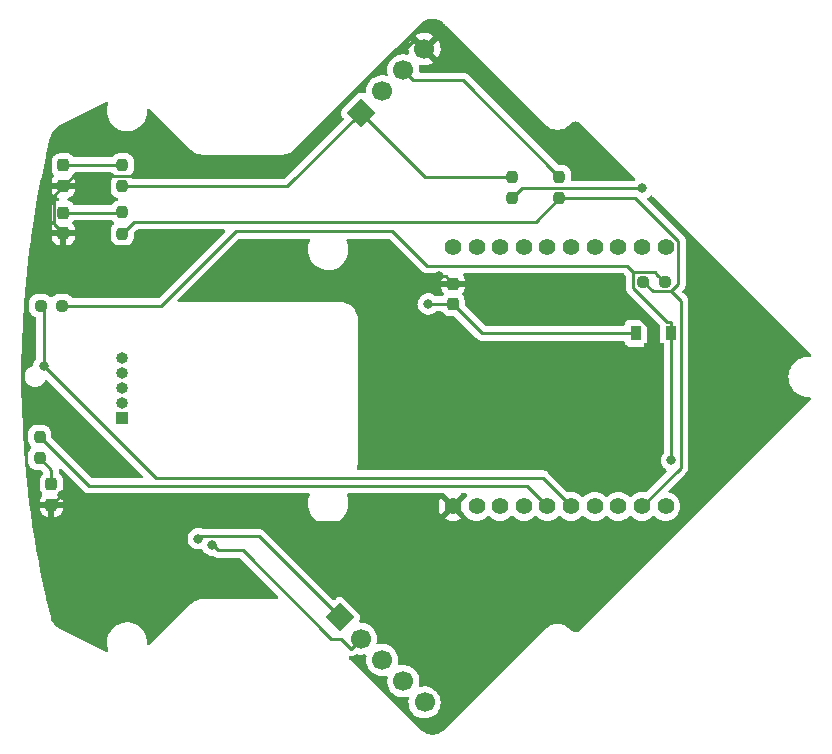
<source format=gtl>
G04 #@! TF.GenerationSoftware,KiCad,Pcbnew,(6.0.1)*
G04 #@! TF.CreationDate,2022-04-06T23:24:07+09:00*
G04 #@! TF.ProjectId,xbee-gyro20220207,78626565-2d67-4797-926f-323032323032,V1.1*
G04 #@! TF.SameCoordinates,Original*
G04 #@! TF.FileFunction,Copper,L1,Top*
G04 #@! TF.FilePolarity,Positive*
%FSLAX46Y46*%
G04 Gerber Fmt 4.6, Leading zero omitted, Abs format (unit mm)*
G04 Created by KiCad (PCBNEW (6.0.1)) date 2022-04-06 23:24:07*
%MOMM*%
%LPD*%
G01*
G04 APERTURE LIST*
G04 Aperture macros list*
%AMRoundRect*
0 Rectangle with rounded corners*
0 $1 Rounding radius*
0 $2 $3 $4 $5 $6 $7 $8 $9 X,Y pos of 4 corners*
0 Add a 4 corners polygon primitive as box body*
4,1,4,$2,$3,$4,$5,$6,$7,$8,$9,$2,$3,0*
0 Add four circle primitives for the rounded corners*
1,1,$1+$1,$2,$3*
1,1,$1+$1,$4,$5*
1,1,$1+$1,$6,$7*
1,1,$1+$1,$8,$9*
0 Add four rect primitives between the rounded corners*
20,1,$1+$1,$2,$3,$4,$5,0*
20,1,$1+$1,$4,$5,$6,$7,0*
20,1,$1+$1,$6,$7,$8,$9,0*
20,1,$1+$1,$8,$9,$2,$3,0*%
%AMHorizOval*
0 Thick line with rounded ends*
0 $1 width*
0 $2 $3 position (X,Y) of the first rounded end (center of the circle)*
0 $4 $5 position (X,Y) of the second rounded end (center of the circle)*
0 Add line between two ends*
20,1,$1,$2,$3,$4,$5,0*
0 Add two circle primitives to create the rounded ends*
1,1,$1,$2,$3*
1,1,$1,$4,$5*%
%AMRotRect*
0 Rectangle, with rotation*
0 The origin of the aperture is its center*
0 $1 length*
0 $2 width*
0 $3 Rotation angle, in degrees counterclockwise*
0 Add horizontal line*
21,1,$1,$2,0,0,$3*%
%AMFreePoly0*
4,1,9,3.862500,-0.866500,0.737500,-0.866500,0.737500,-0.450000,-0.737500,-0.450000,-0.737500,0.450000,0.737500,0.450000,0.737500,0.866500,3.862500,0.866500,3.862500,-0.866500,3.862500,-0.866500,$1*%
G04 Aperture macros list end*
G04 #@! TA.AperFunction,SMDPad,CuDef*
%ADD10RoundRect,0.237500X0.237500X-0.287500X0.237500X0.287500X-0.237500X0.287500X-0.237500X-0.287500X0*%
G04 #@! TD*
G04 #@! TA.AperFunction,SMDPad,CuDef*
%ADD11RoundRect,0.237500X0.237500X-0.250000X0.237500X0.250000X-0.237500X0.250000X-0.237500X-0.250000X0*%
G04 #@! TD*
G04 #@! TA.AperFunction,ComponentPad*
%ADD12RotRect,1.700000X1.700000X45.000000*%
G04 #@! TD*
G04 #@! TA.AperFunction,ComponentPad*
%ADD13HorizOval,1.700000X0.000000X0.000000X0.000000X0.000000X0*%
G04 #@! TD*
G04 #@! TA.AperFunction,SMDPad,CuDef*
%ADD14RoundRect,0.237500X0.250000X0.237500X-0.250000X0.237500X-0.250000X-0.237500X0.250000X-0.237500X0*%
G04 #@! TD*
G04 #@! TA.AperFunction,SMDPad,CuDef*
%ADD15R,0.900000X1.300000*%
G04 #@! TD*
G04 #@! TA.AperFunction,SMDPad,CuDef*
%ADD16FreePoly0,270.000000*%
G04 #@! TD*
G04 #@! TA.AperFunction,SMDPad,CuDef*
%ADD17RoundRect,0.237500X-0.237500X0.250000X-0.237500X-0.250000X0.237500X-0.250000X0.237500X0.250000X0*%
G04 #@! TD*
G04 #@! TA.AperFunction,SMDPad,CuDef*
%ADD18RoundRect,0.237500X0.237500X-0.300000X0.237500X0.300000X-0.237500X0.300000X-0.237500X-0.300000X0*%
G04 #@! TD*
G04 #@! TA.AperFunction,ComponentPad*
%ADD19RotRect,1.700000X1.700000X135.000000*%
G04 #@! TD*
G04 #@! TA.AperFunction,ComponentPad*
%ADD20HorizOval,1.700000X0.000000X0.000000X0.000000X0.000000X0*%
G04 #@! TD*
G04 #@! TA.AperFunction,ComponentPad*
%ADD21C,1.409600*%
G04 #@! TD*
G04 #@! TA.AperFunction,ComponentPad*
%ADD22R,1.000000X1.000000*%
G04 #@! TD*
G04 #@! TA.AperFunction,ComponentPad*
%ADD23O,1.000000X1.000000*%
G04 #@! TD*
G04 #@! TA.AperFunction,ViaPad*
%ADD24C,0.800000*%
G04 #@! TD*
G04 #@! TA.AperFunction,Conductor*
%ADD25C,0.250000*%
G04 #@! TD*
G04 APERTURE END LIST*
D10*
X49000000Y-102875000D03*
X49000000Y-101125000D03*
D11*
X87000000Y-99912500D03*
X87000000Y-98087500D03*
X54000000Y-98912500D03*
X54000000Y-97087500D03*
D12*
X72407900Y-135407900D03*
D13*
X74203951Y-137203951D03*
X76000002Y-139000002D03*
X77796054Y-140796054D03*
X79592105Y-142592105D03*
D14*
X99912500Y-107000000D03*
X98087500Y-107000000D03*
D11*
X91000000Y-99912500D03*
X91000000Y-98087500D03*
D15*
X100500000Y-111350000D03*
D16*
X99000000Y-111437500D03*
D15*
X97500000Y-111350000D03*
D17*
X47000000Y-120087500D03*
X47000000Y-121912500D03*
D10*
X49000000Y-98875000D03*
X49000000Y-97125000D03*
D11*
X54000000Y-102912500D03*
X54000000Y-101087500D03*
D18*
X82000000Y-108862500D03*
X82000000Y-107137500D03*
D19*
X74200000Y-92669300D03*
D20*
X75996051Y-90873249D03*
X77792102Y-89077198D03*
X79588154Y-87281146D03*
D14*
X48912500Y-109000000D03*
X47087500Y-109000000D03*
D10*
X48000000Y-125875000D03*
X48000000Y-124125000D03*
D21*
X100000000Y-126000000D03*
X98000000Y-126000000D03*
X96000000Y-126000000D03*
X94000000Y-126000000D03*
X92000000Y-126000000D03*
X90000000Y-126000000D03*
X88000000Y-126000000D03*
X86000000Y-126000000D03*
X84000000Y-126000000D03*
X82000000Y-126000000D03*
X82000000Y-104000000D03*
X84000000Y-104000000D03*
X86000000Y-104000000D03*
X88000000Y-104000000D03*
X90000000Y-104000000D03*
X92000000Y-104000000D03*
X94000000Y-104000000D03*
X96000000Y-104000000D03*
X98000000Y-104000000D03*
X100000000Y-104000000D03*
D22*
X54000000Y-118550000D03*
D23*
X54000000Y-117280000D03*
X54000000Y-116010000D03*
X54000000Y-114740000D03*
X54000000Y-113470000D03*
D24*
X79908800Y-108862500D03*
X80779000Y-106530400D03*
X48859600Y-125015400D03*
X60439800Y-128740000D03*
X61608700Y-129272000D03*
X47368600Y-114122800D03*
X98025200Y-99085900D03*
X100500000Y-122088400D03*
D25*
X82000000Y-108862500D02*
X79908800Y-108862500D01*
X84487500Y-111350000D02*
X82000000Y-108862500D01*
X97500000Y-111350000D02*
X84487500Y-111350000D01*
X80779000Y-106530400D02*
X81392900Y-106530400D01*
X82000000Y-126000000D02*
X80697200Y-127302800D01*
X99000000Y-111223400D02*
X94914100Y-107137500D01*
X66441500Y-98000000D02*
X77160400Y-87281100D01*
X49875000Y-98000000D02*
X66441500Y-98000000D01*
X77160400Y-87281100D02*
X77926100Y-87281100D01*
X49000000Y-102875000D02*
X48180400Y-102055400D01*
X49000000Y-98875000D02*
X49875000Y-98000000D01*
X94914100Y-107137500D02*
X82000000Y-107137500D01*
X99000000Y-111437500D02*
X99000000Y-111223400D01*
X77926100Y-87281100D02*
X78757200Y-86450000D01*
X81392900Y-106530400D02*
X82000000Y-107137500D01*
X79588200Y-87281100D02*
X78757200Y-86450000D01*
X51147000Y-127302800D02*
X48859600Y-125015400D01*
X48000000Y-125875000D02*
X48859600Y-125015400D01*
X48180400Y-99694600D02*
X49000000Y-98875000D01*
X48180400Y-102055400D02*
X48180400Y-99694600D01*
X80697200Y-127302800D02*
X51147000Y-127302800D01*
X54000000Y-97087500D02*
X49037500Y-97087500D01*
X49037500Y-97087500D02*
X49000000Y-97125000D01*
X48000000Y-122912500D02*
X48000000Y-124125000D01*
X47000000Y-121912500D02*
X48000000Y-122912500D01*
X60633300Y-128546500D02*
X60439800Y-128740000D01*
X65546500Y-128546500D02*
X60633300Y-128546500D01*
X72407900Y-135407900D02*
X65546500Y-128546500D01*
X61679300Y-129272000D02*
X62129500Y-129722200D01*
X64198900Y-129722200D02*
X71680700Y-137204000D01*
X71680700Y-137204000D02*
X72541900Y-137204000D01*
X72541900Y-137204000D02*
X73373000Y-138035000D01*
X62129500Y-129722200D02*
X64198900Y-129722200D01*
X61608700Y-129272000D02*
X61679300Y-129272000D01*
X74204000Y-137204000D02*
X73373000Y-138035000D01*
X87000000Y-98087500D02*
X79618200Y-98087500D01*
X67956800Y-98912500D02*
X54000000Y-98912500D01*
X74200000Y-92669300D02*
X67956800Y-98912500D01*
X79618200Y-98087500D02*
X74200000Y-92669300D01*
X77792100Y-89077200D02*
X78623200Y-89908200D01*
X91000000Y-98087500D02*
X82820700Y-89908200D01*
X82820700Y-89908200D02*
X78623200Y-89908200D01*
X47087500Y-109000000D02*
X47368600Y-109281100D01*
X56829600Y-123583800D02*
X47368600Y-114122800D01*
X92000000Y-126000000D02*
X89583800Y-123583800D01*
X47368600Y-109281100D02*
X47368600Y-114122800D01*
X89583800Y-123583800D02*
X56829600Y-123583800D01*
X87000000Y-99912500D02*
X87826600Y-99085900D01*
X87826600Y-99085900D02*
X98025200Y-99085900D01*
X101068600Y-103541900D02*
X101068600Y-107203900D01*
X91000000Y-99912500D02*
X97439200Y-99912500D01*
X101276300Y-108618200D02*
X100465300Y-107807200D01*
X101068600Y-107203900D02*
X100465300Y-107807200D01*
X97439200Y-99912500D02*
X101068600Y-103541900D01*
X91000000Y-99912500D02*
X89011200Y-101901300D01*
X98000000Y-126000000D02*
X101276300Y-122723700D01*
X101276300Y-122723700D02*
X101276300Y-108618200D01*
X89011200Y-101901300D02*
X55011200Y-101901300D01*
X98894700Y-107807200D02*
X100465300Y-107807200D01*
X55011200Y-101901300D02*
X54000000Y-102912500D01*
X98087500Y-107000000D02*
X98894700Y-107807200D01*
X90000000Y-126000000D02*
X88259200Y-124259200D01*
X88259200Y-124259200D02*
X51171700Y-124259200D01*
X51171700Y-124259200D02*
X47000000Y-120087500D01*
X63593800Y-102708900D02*
X76877800Y-102708900D01*
X99106300Y-106193800D02*
X99294300Y-106381700D01*
X100500000Y-110862300D02*
X100500000Y-110374700D01*
X97262000Y-107485800D02*
X97262000Y-106193800D01*
X79798700Y-105629800D02*
X96698000Y-105629800D01*
X100500000Y-111350000D02*
X100500000Y-122088400D01*
X100500000Y-110862300D02*
X100500000Y-111350000D01*
X57302700Y-109000000D02*
X63593800Y-102708900D01*
X48912500Y-109000000D02*
X57302700Y-109000000D01*
X76877800Y-102708900D02*
X79798700Y-105629800D01*
X97262000Y-106193800D02*
X99106300Y-106193800D01*
X96698000Y-105629800D02*
X97262000Y-106193800D01*
X100150900Y-110374700D02*
X97262000Y-107485800D01*
X100500000Y-110374700D02*
X100150900Y-110374700D01*
X99912500Y-107000000D02*
X99294300Y-106381700D01*
X53962500Y-101125000D02*
X54000000Y-101087500D01*
X49000000Y-101125000D02*
X53962500Y-101125000D01*
G04 #@! TA.AperFunction,Conductor*
G36*
X80366399Y-84742752D02*
G01*
X80559267Y-84770483D01*
X80576824Y-84774302D01*
X80763787Y-84829199D01*
X80780631Y-84835481D01*
X80957878Y-84916427D01*
X80973657Y-84925043D01*
X81137578Y-85030389D01*
X81151969Y-85041162D01*
X81274696Y-85147505D01*
X81286816Y-85160677D01*
X81292642Y-85166648D01*
X81297939Y-85173898D01*
X81305056Y-85179369D01*
X81305057Y-85179370D01*
X81323150Y-85193278D01*
X81335454Y-85204079D01*
X89753696Y-93622320D01*
X89767244Y-93638337D01*
X89778869Y-93654665D01*
X89787627Y-93663639D01*
X89791519Y-93666556D01*
X89799523Y-93672555D01*
X89806471Y-93678157D01*
X89948222Y-93800986D01*
X89948226Y-93800989D01*
X89951619Y-93803929D01*
X90133084Y-93920550D01*
X90137174Y-93922418D01*
X90137178Y-93922420D01*
X90197198Y-93949830D01*
X90329300Y-94010159D01*
X90536271Y-94070931D01*
X90540730Y-94071572D01*
X90540734Y-94071573D01*
X90643027Y-94086280D01*
X90749784Y-94101630D01*
X90965493Y-94101630D01*
X91072250Y-94086280D01*
X91174543Y-94071573D01*
X91174547Y-94071572D01*
X91179006Y-94070931D01*
X91385977Y-94010159D01*
X91518079Y-93949830D01*
X91578099Y-93922420D01*
X91578103Y-93922418D01*
X91582193Y-93920550D01*
X91591115Y-93914816D01*
X91759876Y-93806359D01*
X91759880Y-93806356D01*
X91763658Y-93803928D01*
X91854607Y-93725121D01*
X91896064Y-93689198D01*
X91905496Y-93681781D01*
X91914712Y-93675219D01*
X91918676Y-93672397D01*
X91927650Y-93663639D01*
X91930560Y-93659756D01*
X91930569Y-93659746D01*
X91944369Y-93641332D01*
X91956100Y-93627802D01*
X92004296Y-93579606D01*
X92019064Y-93566959D01*
X92031163Y-93558120D01*
X92038414Y-93552823D01*
X92043884Y-93545707D01*
X92043888Y-93545703D01*
X92043947Y-93545626D01*
X92065278Y-93523911D01*
X92114222Y-93484879D01*
X92138106Y-93469872D01*
X92211790Y-93434388D01*
X92238421Y-93425069D01*
X92278284Y-93415971D01*
X92318149Y-93406872D01*
X92346185Y-93403713D01*
X92427966Y-93403713D01*
X92456003Y-93406872D01*
X92535730Y-93425069D01*
X92562362Y-93434388D01*
X92636043Y-93469871D01*
X92659933Y-93484882D01*
X92703699Y-93519784D01*
X92715319Y-93530297D01*
X92721576Y-93536709D01*
X92726870Y-93543956D01*
X92733983Y-93549424D01*
X92733988Y-93549429D01*
X92752086Y-93563341D01*
X92764390Y-93574141D01*
X97417021Y-98226772D01*
X97451047Y-98289084D01*
X97445982Y-98359899D01*
X97413926Y-98407019D01*
X97413945Y-98407036D01*
X97409525Y-98411945D01*
X97404618Y-98416363D01*
X97403492Y-98415113D01*
X97350186Y-98447951D01*
X97317000Y-98452400D01*
X92109500Y-98452400D01*
X92041379Y-98432398D01*
X91994886Y-98378742D01*
X91983500Y-98326400D01*
X91983500Y-97787928D01*
X91978251Y-97737338D01*
X91973419Y-97690765D01*
X91973418Y-97690761D01*
X91972707Y-97683907D01*
X91917654Y-97518893D01*
X91826116Y-97370969D01*
X91820934Y-97365796D01*
X91708184Y-97253242D01*
X91708179Y-97253238D01*
X91703003Y-97248071D01*
X91554920Y-97156791D01*
X91389809Y-97102026D01*
X91382973Y-97101326D01*
X91382970Y-97101325D01*
X91331474Y-97096049D01*
X91287072Y-97091500D01*
X90952094Y-97091500D01*
X90883973Y-97071498D01*
X90862999Y-97054595D01*
X83324352Y-89515947D01*
X83316812Y-89507661D01*
X83312700Y-89501182D01*
X83263048Y-89454556D01*
X83260207Y-89451802D01*
X83240470Y-89432065D01*
X83237273Y-89429585D01*
X83228251Y-89421880D01*
X83201800Y-89397041D01*
X83196021Y-89391614D01*
X83189075Y-89387795D01*
X83189072Y-89387793D01*
X83178266Y-89381852D01*
X83161747Y-89371001D01*
X83161283Y-89370641D01*
X83145741Y-89358586D01*
X83138472Y-89355441D01*
X83138468Y-89355438D01*
X83105163Y-89341026D01*
X83094513Y-89335809D01*
X83055760Y-89314505D01*
X83036137Y-89309467D01*
X83017434Y-89303063D01*
X83006120Y-89298167D01*
X83006119Y-89298167D01*
X82998845Y-89295019D01*
X82991022Y-89293780D01*
X82991012Y-89293777D01*
X82955176Y-89288101D01*
X82943556Y-89285695D01*
X82908411Y-89276672D01*
X82908410Y-89276672D01*
X82900730Y-89274700D01*
X82880476Y-89274700D01*
X82860765Y-89273149D01*
X82848586Y-89271220D01*
X82840757Y-89269980D01*
X82832865Y-89270726D01*
X82796739Y-89274141D01*
X82784881Y-89274700D01*
X79279450Y-89274700D01*
X79211329Y-89254698D01*
X79164836Y-89201042D01*
X79154700Y-89143814D01*
X79153631Y-89143788D01*
X79155176Y-89080563D01*
X79155176Y-89080559D01*
X79155258Y-89077198D01*
X79136954Y-88854559D01*
X79128718Y-88821768D01*
X79111760Y-88754256D01*
X79114564Y-88683315D01*
X79155277Y-88625152D01*
X79220973Y-88598233D01*
X79259084Y-88600090D01*
X79421749Y-88633184D01*
X79431977Y-88634403D01*
X79644804Y-88642208D01*
X79655090Y-88641741D01*
X79866339Y-88614680D01*
X79876416Y-88612538D01*
X80080409Y-88551337D01*
X80089996Y-88547579D01*
X80281252Y-88453884D01*
X80290098Y-88448611D01*
X80337401Y-88414869D01*
X80345802Y-88404169D01*
X80338814Y-88391016D01*
X79230076Y-87282278D01*
X79952562Y-87282278D01*
X79952693Y-87284111D01*
X79956944Y-87290726D01*
X80698628Y-88032410D01*
X80710638Y-88038969D01*
X80722377Y-88030001D01*
X80753158Y-87987165D01*
X80758469Y-87978326D01*
X80852824Y-87787413D01*
X80856623Y-87777818D01*
X80918530Y-87574061D01*
X80920709Y-87563980D01*
X80948744Y-87351033D01*
X80949263Y-87344358D01*
X80950726Y-87284510D01*
X80950532Y-87277792D01*
X80932935Y-87063750D01*
X80931250Y-87053570D01*
X80879368Y-86847021D01*
X80876048Y-86837270D01*
X80791126Y-86641960D01*
X80786259Y-86632885D01*
X80721217Y-86532343D01*
X80710531Y-86523141D01*
X80700966Y-86527544D01*
X79960176Y-87268334D01*
X79952562Y-87282278D01*
X79230076Y-87282278D01*
X78478003Y-86530205D01*
X78466467Y-86523905D01*
X78454185Y-86533528D01*
X78406243Y-86603808D01*
X78401158Y-86612759D01*
X78311492Y-86805929D01*
X78307929Y-86815616D01*
X78251018Y-87020827D01*
X78249087Y-87030946D01*
X78226456Y-87242720D01*
X78226204Y-87253009D01*
X78238463Y-87465623D01*
X78239899Y-87475842D01*
X78268916Y-87604596D01*
X78264380Y-87675447D01*
X78222259Y-87732599D01*
X78155925Y-87757905D01*
X78123905Y-87756344D01*
X78059452Y-87744863D01*
X77925475Y-87720998D01*
X77925469Y-87720997D01*
X77920386Y-87720092D01*
X77846554Y-87719190D01*
X77702183Y-87717426D01*
X77702181Y-87717426D01*
X77697013Y-87717363D01*
X77476193Y-87751153D01*
X77263858Y-87820555D01*
X77065709Y-87923705D01*
X77061576Y-87926808D01*
X77061573Y-87926810D01*
X76891202Y-88054728D01*
X76887067Y-88057833D01*
X76732731Y-88219336D01*
X76606845Y-88403878D01*
X76586081Y-88448611D01*
X76515767Y-88600090D01*
X76512790Y-88606503D01*
X76453091Y-88821768D01*
X76429353Y-89043893D01*
X76442212Y-89266913D01*
X76443349Y-89271959D01*
X76443350Y-89271965D01*
X76472329Y-89400551D01*
X76467793Y-89471403D01*
X76425671Y-89528554D01*
X76359338Y-89553860D01*
X76327316Y-89552299D01*
X76129424Y-89517049D01*
X76129418Y-89517048D01*
X76124335Y-89516143D01*
X76050503Y-89515241D01*
X75906132Y-89513477D01*
X75906130Y-89513477D01*
X75900962Y-89513414D01*
X75680142Y-89547204D01*
X75467807Y-89616606D01*
X75269658Y-89719756D01*
X75265525Y-89722859D01*
X75265522Y-89722861D01*
X75095151Y-89850779D01*
X75091016Y-89853884D01*
X74936680Y-90015387D01*
X74810794Y-90199929D01*
X74808615Y-90204624D01*
X74719466Y-90396680D01*
X74716739Y-90402554D01*
X74657040Y-90617819D01*
X74633302Y-90839944D01*
X74633599Y-90845097D01*
X74633599Y-90845100D01*
X74637020Y-90904422D01*
X74620973Y-90973581D01*
X74570083Y-91023085D01*
X74500507Y-91037218D01*
X74459079Y-91026376D01*
X74352359Y-90977854D01*
X74352353Y-90977852D01*
X74344186Y-90974139D01*
X74335303Y-90972867D01*
X74335300Y-90972866D01*
X74208889Y-90954763D01*
X74200000Y-90953490D01*
X74191111Y-90954763D01*
X74064700Y-90972866D01*
X74064697Y-90972867D01*
X74055814Y-90974139D01*
X73923218Y-91034426D01*
X73917065Y-91039373D01*
X73917062Y-91039375D01*
X73891208Y-91060163D01*
X73874472Y-91073619D01*
X72604319Y-92343772D01*
X72602179Y-92346434D01*
X72570075Y-92386362D01*
X72570073Y-92386365D01*
X72565126Y-92392518D01*
X72561858Y-92399706D01*
X72519898Y-92491994D01*
X72504839Y-92525114D01*
X72503567Y-92533997D01*
X72503566Y-92534000D01*
X72491445Y-92618642D01*
X72484190Y-92669300D01*
X72485463Y-92678189D01*
X72503049Y-92800985D01*
X72504839Y-92813486D01*
X72508553Y-92821654D01*
X72508553Y-92821655D01*
X72522393Y-92852095D01*
X72565126Y-92946082D01*
X72570073Y-92952235D01*
X72570075Y-92952238D01*
X72573048Y-92955935D01*
X72604319Y-92994828D01*
X72702348Y-93092857D01*
X72736374Y-93155169D01*
X72731309Y-93225984D01*
X72702348Y-93271047D01*
X67731300Y-98242095D01*
X67668988Y-98276121D01*
X67642205Y-98279000D01*
X54947699Y-98279000D01*
X54879578Y-98258998D01*
X54840554Y-98219301D01*
X54826116Y-98195969D01*
X54800387Y-98170285D01*
X54719214Y-98089253D01*
X54685135Y-98026970D01*
X54690138Y-97956150D01*
X54719059Y-97911063D01*
X54821754Y-97808188D01*
X54821758Y-97808183D01*
X54826929Y-97803003D01*
X54834208Y-97791194D01*
X54914369Y-97661150D01*
X54914370Y-97661148D01*
X54918209Y-97654920D01*
X54972974Y-97489809D01*
X54976151Y-97458806D01*
X54983172Y-97390271D01*
X54983500Y-97387072D01*
X54983500Y-96787928D01*
X54972707Y-96683907D01*
X54917654Y-96518893D01*
X54826116Y-96370969D01*
X54820934Y-96365796D01*
X54708184Y-96253242D01*
X54708179Y-96253238D01*
X54703003Y-96248071D01*
X54692770Y-96241763D01*
X54561150Y-96160631D01*
X54561148Y-96160630D01*
X54554920Y-96156791D01*
X54389809Y-96102026D01*
X54382973Y-96101326D01*
X54382970Y-96101325D01*
X54331474Y-96096049D01*
X54287072Y-96091500D01*
X53712928Y-96091500D01*
X53709682Y-96091837D01*
X53709678Y-96091837D01*
X53615765Y-96101581D01*
X53615761Y-96101582D01*
X53608907Y-96102293D01*
X53602371Y-96104474D01*
X53602369Y-96104474D01*
X53526587Y-96129757D01*
X53443893Y-96157346D01*
X53295969Y-96248884D01*
X53173071Y-96371997D01*
X53169233Y-96378224D01*
X53169231Y-96378226D01*
X53159436Y-96394116D01*
X53106664Y-96441609D01*
X53052176Y-96454000D01*
X49947699Y-96454000D01*
X49879578Y-96433998D01*
X49840554Y-96394301D01*
X49840440Y-96394116D01*
X49826116Y-96370969D01*
X49820934Y-96365796D01*
X49708184Y-96253242D01*
X49708179Y-96253238D01*
X49703003Y-96248071D01*
X49692770Y-96241763D01*
X49561150Y-96160631D01*
X49561148Y-96160630D01*
X49554920Y-96156791D01*
X49389809Y-96102026D01*
X49382973Y-96101326D01*
X49382970Y-96101325D01*
X49331474Y-96096049D01*
X49287072Y-96091500D01*
X48712928Y-96091500D01*
X48709682Y-96091837D01*
X48709678Y-96091837D01*
X48615765Y-96101581D01*
X48615761Y-96101582D01*
X48608907Y-96102293D01*
X48602371Y-96104474D01*
X48602369Y-96104474D01*
X48526587Y-96129757D01*
X48443893Y-96157346D01*
X48295969Y-96248884D01*
X48290796Y-96254066D01*
X48178242Y-96366816D01*
X48178240Y-96366819D01*
X48173071Y-96371997D01*
X48169231Y-96378227D01*
X48169230Y-96378228D01*
X48086364Y-96512662D01*
X48081791Y-96520080D01*
X48027026Y-96685191D01*
X48016500Y-96787928D01*
X48016500Y-97462072D01*
X48016837Y-97465318D01*
X48016837Y-97465322D01*
X48023117Y-97525841D01*
X48027293Y-97566093D01*
X48029474Y-97572629D01*
X48029474Y-97572631D01*
X48064418Y-97677369D01*
X48082346Y-97731107D01*
X48173884Y-97879031D01*
X48206141Y-97911231D01*
X48240220Y-97973512D01*
X48235218Y-98044332D01*
X48206296Y-98089422D01*
X48178637Y-98117129D01*
X48169625Y-98128540D01*
X48086088Y-98264063D01*
X48079944Y-98277241D01*
X48029685Y-98428766D01*
X48026819Y-98442132D01*
X48017328Y-98534770D01*
X48017000Y-98541185D01*
X48017000Y-98602885D01*
X48021475Y-98618124D01*
X48022865Y-98619329D01*
X48030548Y-98621000D01*
X49964885Y-98621000D01*
X49980124Y-98616525D01*
X49981329Y-98615135D01*
X49983000Y-98607452D01*
X49983000Y-98541234D01*
X49982663Y-98534718D01*
X49972925Y-98440868D01*
X49970032Y-98427472D01*
X49919512Y-98276047D01*
X49913347Y-98262885D01*
X49829574Y-98127508D01*
X49820536Y-98116105D01*
X49793860Y-98089475D01*
X49759781Y-98027193D01*
X49764784Y-97956373D01*
X49793705Y-97911285D01*
X49821758Y-97883183D01*
X49826929Y-97878003D01*
X49886795Y-97780884D01*
X49939566Y-97733391D01*
X49994054Y-97721000D01*
X53052301Y-97721000D01*
X53120422Y-97741002D01*
X53159445Y-97780698D01*
X53173884Y-97804031D01*
X53179066Y-97809204D01*
X53280786Y-97910747D01*
X53314865Y-97973030D01*
X53309862Y-98043850D01*
X53280941Y-98088937D01*
X53178246Y-98191812D01*
X53178242Y-98191817D01*
X53173071Y-98196997D01*
X53169231Y-98203227D01*
X53169230Y-98203228D01*
X53093306Y-98326400D01*
X53081791Y-98345080D01*
X53027026Y-98510191D01*
X53026326Y-98517027D01*
X53026325Y-98517030D01*
X53021838Y-98560831D01*
X53016500Y-98612928D01*
X53016500Y-99212072D01*
X53016837Y-99215318D01*
X53016837Y-99215322D01*
X53026571Y-99309132D01*
X53027293Y-99316093D01*
X53029474Y-99322629D01*
X53029474Y-99322631D01*
X53034885Y-99338850D01*
X53082346Y-99481107D01*
X53173884Y-99629031D01*
X53179066Y-99634204D01*
X53291816Y-99746758D01*
X53291821Y-99746762D01*
X53296997Y-99751929D01*
X53303227Y-99755769D01*
X53303228Y-99755770D01*
X53415386Y-99824905D01*
X53445080Y-99843209D01*
X53557140Y-99880378D01*
X53615499Y-99920807D01*
X53642736Y-99986372D01*
X53630203Y-100056253D01*
X53581878Y-100108265D01*
X53557349Y-100119493D01*
X53450846Y-100155026D01*
X53450844Y-100155027D01*
X53443893Y-100157346D01*
X53295969Y-100248884D01*
X53290796Y-100254066D01*
X53178242Y-100366816D01*
X53178238Y-100366821D01*
X53173071Y-100371997D01*
X53169231Y-100378227D01*
X53169230Y-100378228D01*
X53136321Y-100431616D01*
X53083548Y-100479110D01*
X53029061Y-100491500D01*
X49970905Y-100491500D01*
X49902784Y-100471498D01*
X49863764Y-100431807D01*
X49826116Y-100370969D01*
X49820934Y-100365796D01*
X49708184Y-100253242D01*
X49708179Y-100253238D01*
X49703003Y-100248071D01*
X49696772Y-100244230D01*
X49561150Y-100160631D01*
X49561148Y-100160630D01*
X49554920Y-100156791D01*
X49442066Y-100119359D01*
X49383707Y-100078928D01*
X49356470Y-100013364D01*
X49369004Y-99943482D01*
X49417328Y-99891470D01*
X49441858Y-99880242D01*
X49548953Y-99844512D01*
X49562115Y-99838347D01*
X49697492Y-99754574D01*
X49708890Y-99745540D01*
X49821363Y-99632871D01*
X49830375Y-99621460D01*
X49913912Y-99485937D01*
X49920056Y-99472759D01*
X49970315Y-99321234D01*
X49973181Y-99307868D01*
X49982672Y-99215230D01*
X49983000Y-99208815D01*
X49983000Y-99147115D01*
X49978525Y-99131876D01*
X49977135Y-99130671D01*
X49969452Y-99129000D01*
X48035115Y-99129000D01*
X48019876Y-99133475D01*
X48018671Y-99134865D01*
X48017000Y-99142548D01*
X48017000Y-99208766D01*
X48017337Y-99215282D01*
X48027075Y-99309132D01*
X48029968Y-99322528D01*
X48080488Y-99473953D01*
X48086653Y-99487115D01*
X48170426Y-99622492D01*
X48179460Y-99633890D01*
X48292129Y-99746363D01*
X48303540Y-99755375D01*
X48439063Y-99838912D01*
X48452238Y-99845055D01*
X48557933Y-99880113D01*
X48616292Y-99920544D01*
X48643529Y-99986108D01*
X48630995Y-100055990D01*
X48582671Y-100108001D01*
X48558142Y-100119230D01*
X48443893Y-100157346D01*
X48295969Y-100248884D01*
X48290796Y-100254066D01*
X48178242Y-100366816D01*
X48178238Y-100366821D01*
X48173071Y-100371997D01*
X48169231Y-100378227D01*
X48169230Y-100378228D01*
X48086364Y-100512662D01*
X48081791Y-100520080D01*
X48027026Y-100685191D01*
X48016500Y-100787928D01*
X48016500Y-101462072D01*
X48027293Y-101566093D01*
X48082346Y-101731107D01*
X48173884Y-101879031D01*
X48206141Y-101911231D01*
X48240220Y-101973512D01*
X48235218Y-102044332D01*
X48206296Y-102089422D01*
X48178637Y-102117129D01*
X48169625Y-102128540D01*
X48086088Y-102264063D01*
X48079944Y-102277241D01*
X48029685Y-102428766D01*
X48026819Y-102442132D01*
X48017328Y-102534770D01*
X48017000Y-102541185D01*
X48017000Y-102602885D01*
X48021475Y-102618124D01*
X48022865Y-102619329D01*
X48030548Y-102621000D01*
X49964885Y-102621000D01*
X49980124Y-102616525D01*
X49981329Y-102615135D01*
X49983000Y-102607452D01*
X49983000Y-102541234D01*
X49982663Y-102534718D01*
X49972925Y-102440868D01*
X49970032Y-102427472D01*
X49919512Y-102276047D01*
X49913347Y-102262885D01*
X49829574Y-102127508D01*
X49820536Y-102116105D01*
X49793860Y-102089475D01*
X49759781Y-102027193D01*
X49764784Y-101956373D01*
X49793705Y-101911285D01*
X49821758Y-101883183D01*
X49826929Y-101878003D01*
X49863679Y-101818384D01*
X49916452Y-101770890D01*
X49970939Y-101758500D01*
X53077967Y-101758500D01*
X53146088Y-101778502D01*
X53173380Y-101803217D01*
X53173884Y-101804031D01*
X53179065Y-101809203D01*
X53280786Y-101910747D01*
X53314865Y-101973030D01*
X53309862Y-102043850D01*
X53280941Y-102088937D01*
X53178246Y-102191812D01*
X53178242Y-102191817D01*
X53173071Y-102196997D01*
X53169231Y-102203227D01*
X53169230Y-102203228D01*
X53094837Y-102323916D01*
X53081791Y-102345080D01*
X53027026Y-102510191D01*
X53026326Y-102517027D01*
X53026325Y-102517030D01*
X53024210Y-102537679D01*
X53016500Y-102612928D01*
X53016500Y-103212072D01*
X53016837Y-103215318D01*
X53016837Y-103215322D01*
X53026571Y-103309132D01*
X53027293Y-103316093D01*
X53029474Y-103322629D01*
X53029474Y-103322631D01*
X53059635Y-103413034D01*
X53082346Y-103481107D01*
X53173884Y-103629031D01*
X53179066Y-103634204D01*
X53291816Y-103746758D01*
X53291821Y-103746762D01*
X53296997Y-103751929D01*
X53303227Y-103755769D01*
X53303228Y-103755770D01*
X53411997Y-103822816D01*
X53445080Y-103843209D01*
X53610191Y-103897974D01*
X53617027Y-103898674D01*
X53617030Y-103898675D01*
X53664370Y-103903525D01*
X53712928Y-103908500D01*
X54287072Y-103908500D01*
X54290318Y-103908163D01*
X54290322Y-103908163D01*
X54384235Y-103898419D01*
X54384239Y-103898418D01*
X54391093Y-103897707D01*
X54397629Y-103895526D01*
X54397631Y-103895526D01*
X54530395Y-103851232D01*
X54556107Y-103842654D01*
X54704031Y-103751116D01*
X54746968Y-103708104D01*
X54821758Y-103633184D01*
X54821762Y-103633179D01*
X54826929Y-103628003D01*
X54830962Y-103621460D01*
X54914369Y-103486150D01*
X54914370Y-103486148D01*
X54918209Y-103479920D01*
X54972974Y-103314809D01*
X54983500Y-103212072D01*
X54983500Y-102877095D01*
X55003502Y-102808974D01*
X55020405Y-102788000D01*
X55236700Y-102571705D01*
X55299012Y-102537679D01*
X55325795Y-102534800D01*
X62567806Y-102534800D01*
X62635927Y-102554802D01*
X62682420Y-102608458D01*
X62692524Y-102678732D01*
X62663030Y-102743312D01*
X62656901Y-102749894D01*
X57077200Y-108329595D01*
X57014888Y-108363621D01*
X56988105Y-108366500D01*
X49864964Y-108366500D01*
X49796843Y-108346498D01*
X49757821Y-108306804D01*
X49751116Y-108295969D01*
X49736062Y-108280941D01*
X49633184Y-108178242D01*
X49633179Y-108178238D01*
X49628003Y-108173071D01*
X49595299Y-108152912D01*
X49486150Y-108085631D01*
X49486148Y-108085630D01*
X49479920Y-108081791D01*
X49314809Y-108027026D01*
X49307973Y-108026326D01*
X49307970Y-108026325D01*
X49256474Y-108021049D01*
X49212072Y-108016500D01*
X48612928Y-108016500D01*
X48609682Y-108016837D01*
X48609678Y-108016837D01*
X48515765Y-108026581D01*
X48515761Y-108026582D01*
X48508907Y-108027293D01*
X48502371Y-108029474D01*
X48502369Y-108029474D01*
X48459822Y-108043669D01*
X48343893Y-108082346D01*
X48195969Y-108173884D01*
X48190796Y-108179066D01*
X48089253Y-108280786D01*
X48026970Y-108314865D01*
X47956150Y-108309862D01*
X47911063Y-108280941D01*
X47808188Y-108178246D01*
X47808183Y-108178242D01*
X47803003Y-108173071D01*
X47770299Y-108152912D01*
X47661150Y-108085631D01*
X47661148Y-108085630D01*
X47654920Y-108081791D01*
X47489809Y-108027026D01*
X47482973Y-108026326D01*
X47482970Y-108026325D01*
X47431474Y-108021049D01*
X47387072Y-108016500D01*
X46787928Y-108016500D01*
X46784682Y-108016837D01*
X46784678Y-108016837D01*
X46690765Y-108026581D01*
X46690761Y-108026582D01*
X46683907Y-108027293D01*
X46677371Y-108029474D01*
X46677369Y-108029474D01*
X46634822Y-108043669D01*
X46518893Y-108082346D01*
X46370969Y-108173884D01*
X46365796Y-108179066D01*
X46253242Y-108291816D01*
X46253238Y-108291821D01*
X46248071Y-108296997D01*
X46244231Y-108303227D01*
X46244230Y-108303228D01*
X46183119Y-108402369D01*
X46156791Y-108445080D01*
X46102026Y-108610191D01*
X46091500Y-108712928D01*
X46091500Y-109287072D01*
X46102293Y-109391093D01*
X46104474Y-109397629D01*
X46104474Y-109397631D01*
X46137293Y-109496000D01*
X46157346Y-109556107D01*
X46248884Y-109704031D01*
X46254066Y-109709204D01*
X46366816Y-109821758D01*
X46366821Y-109821762D01*
X46371997Y-109826929D01*
X46378227Y-109830769D01*
X46378228Y-109830770D01*
X46483741Y-109895809D01*
X46520080Y-109918209D01*
X46648768Y-109960893D01*
X46707127Y-110001324D01*
X46734364Y-110066888D01*
X46735100Y-110080486D01*
X46735100Y-113420276D01*
X46715098Y-113488397D01*
X46702742Y-113504579D01*
X46629560Y-113585856D01*
X46534073Y-113751244D01*
X46475058Y-113932872D01*
X46474368Y-113939433D01*
X46474368Y-113939435D01*
X46463275Y-114044982D01*
X46436262Y-114110639D01*
X46376901Y-114151645D01*
X46263669Y-114188436D01*
X46102831Y-114281296D01*
X46097924Y-114285714D01*
X46097923Y-114285715D01*
X45970552Y-114400400D01*
X45964815Y-114405566D01*
X45960934Y-114410908D01*
X45960932Y-114410910D01*
X45870467Y-114535425D01*
X45855652Y-114555816D01*
X45852968Y-114561844D01*
X45852967Y-114561846D01*
X45782798Y-114719448D01*
X45780113Y-114725479D01*
X45760806Y-114816310D01*
X45750377Y-114865379D01*
X45741500Y-114907140D01*
X45741500Y-115092860D01*
X45742872Y-115099313D01*
X45742872Y-115099317D01*
X45755248Y-115157542D01*
X45780113Y-115274521D01*
X45782797Y-115280550D01*
X45782798Y-115280552D01*
X45811317Y-115344605D01*
X45855652Y-115444183D01*
X45964815Y-115594434D01*
X45969725Y-115598855D01*
X45969726Y-115598856D01*
X45978577Y-115606825D01*
X46102831Y-115718704D01*
X46109742Y-115722694D01*
X46242438Y-115799306D01*
X46263669Y-115811564D01*
X46440298Y-115868954D01*
X46446861Y-115869644D01*
X46446862Y-115869644D01*
X46471058Y-115872187D01*
X46578694Y-115883500D01*
X46671306Y-115883500D01*
X46778942Y-115872187D01*
X46803138Y-115869644D01*
X46803139Y-115869644D01*
X46809702Y-115868954D01*
X46986331Y-115811564D01*
X47007563Y-115799306D01*
X47140258Y-115722694D01*
X47147169Y-115718704D01*
X47271424Y-115606825D01*
X47280274Y-115598856D01*
X47280275Y-115598855D01*
X47285185Y-115594434D01*
X47359200Y-115492562D01*
X47390467Y-115449526D01*
X47390468Y-115449525D01*
X47394348Y-115444184D01*
X47397033Y-115438154D01*
X47397035Y-115438151D01*
X47433904Y-115355339D01*
X47442925Y-115335077D01*
X47488905Y-115280982D01*
X47556832Y-115260332D01*
X47625140Y-115279684D01*
X47647127Y-115297231D01*
X55760501Y-123410605D01*
X55794527Y-123472917D01*
X55789462Y-123543732D01*
X55746915Y-123600568D01*
X55680395Y-123625379D01*
X55671406Y-123625700D01*
X51486294Y-123625700D01*
X51418173Y-123605698D01*
X51397199Y-123588795D01*
X48020405Y-120212000D01*
X47986379Y-120149688D01*
X47983500Y-120122905D01*
X47983500Y-119787928D01*
X47982013Y-119773595D01*
X47973419Y-119690765D01*
X47973418Y-119690761D01*
X47972707Y-119683907D01*
X47917654Y-119518893D01*
X47826116Y-119370969D01*
X47758921Y-119303891D01*
X47708184Y-119253242D01*
X47708179Y-119253238D01*
X47703003Y-119248071D01*
X47554920Y-119156791D01*
X47389809Y-119102026D01*
X47382973Y-119101326D01*
X47382970Y-119101325D01*
X47331474Y-119096049D01*
X47287072Y-119091500D01*
X46712928Y-119091500D01*
X46709682Y-119091837D01*
X46709678Y-119091837D01*
X46615765Y-119101581D01*
X46615761Y-119101582D01*
X46608907Y-119102293D01*
X46602371Y-119104474D01*
X46602369Y-119104474D01*
X46469605Y-119148768D01*
X46443893Y-119157346D01*
X46295969Y-119248884D01*
X46290796Y-119254066D01*
X46178242Y-119366816D01*
X46178238Y-119366821D01*
X46173071Y-119371997D01*
X46169231Y-119378227D01*
X46169230Y-119378228D01*
X46086364Y-119512662D01*
X46081791Y-119520080D01*
X46027026Y-119685191D01*
X46016500Y-119787928D01*
X46016500Y-120387072D01*
X46027293Y-120491093D01*
X46082346Y-120656107D01*
X46173884Y-120804031D01*
X46179066Y-120809204D01*
X46280786Y-120910747D01*
X46314865Y-120973030D01*
X46309862Y-121043850D01*
X46280941Y-121088937D01*
X46178246Y-121191812D01*
X46178242Y-121191817D01*
X46173071Y-121196997D01*
X46169231Y-121203227D01*
X46169230Y-121203228D01*
X46122398Y-121279204D01*
X46081791Y-121345080D01*
X46027026Y-121510191D01*
X46026326Y-121517027D01*
X46026325Y-121517030D01*
X46022798Y-121551456D01*
X46016500Y-121612928D01*
X46016500Y-122212072D01*
X46016837Y-122215318D01*
X46016837Y-122215322D01*
X46023375Y-122278328D01*
X46027293Y-122316093D01*
X46082346Y-122481107D01*
X46173884Y-122629031D01*
X46179066Y-122634204D01*
X46291816Y-122746758D01*
X46291821Y-122746762D01*
X46296997Y-122751929D01*
X46303227Y-122755769D01*
X46303228Y-122755770D01*
X46348176Y-122783476D01*
X46445080Y-122843209D01*
X46610191Y-122897974D01*
X46617027Y-122898674D01*
X46617030Y-122898675D01*
X46668526Y-122903951D01*
X46712928Y-122908500D01*
X47047906Y-122908500D01*
X47116027Y-122928502D01*
X47137001Y-122945405D01*
X47279144Y-123087548D01*
X47313170Y-123149860D01*
X47308105Y-123220675D01*
X47279223Y-123265659D01*
X47173071Y-123371997D01*
X47169231Y-123378227D01*
X47169230Y-123378228D01*
X47086364Y-123512662D01*
X47081791Y-123520080D01*
X47027026Y-123685191D01*
X47016500Y-123787928D01*
X47016500Y-124462072D01*
X47027293Y-124566093D01*
X47029474Y-124572629D01*
X47029474Y-124572631D01*
X47060697Y-124666218D01*
X47082346Y-124731107D01*
X47173884Y-124879031D01*
X47206141Y-124911231D01*
X47240220Y-124973512D01*
X47235218Y-125044332D01*
X47206296Y-125089422D01*
X47178637Y-125117129D01*
X47169625Y-125128540D01*
X47086088Y-125264063D01*
X47079944Y-125277241D01*
X47029685Y-125428766D01*
X47026819Y-125442132D01*
X47017328Y-125534770D01*
X47017000Y-125541185D01*
X47017000Y-125602885D01*
X47021475Y-125618124D01*
X47022865Y-125619329D01*
X47030548Y-125621000D01*
X48964885Y-125621000D01*
X48980124Y-125616525D01*
X48981329Y-125615135D01*
X48983000Y-125607452D01*
X48983000Y-125541234D01*
X48982663Y-125534718D01*
X48972925Y-125440868D01*
X48970032Y-125427472D01*
X48919512Y-125276047D01*
X48913347Y-125262885D01*
X48829574Y-125127508D01*
X48820536Y-125116105D01*
X48793860Y-125089475D01*
X48759781Y-125027193D01*
X48764784Y-124956373D01*
X48793705Y-124911285D01*
X48796873Y-124908112D01*
X48826929Y-124878003D01*
X48837780Y-124860399D01*
X48914369Y-124736150D01*
X48914370Y-124736148D01*
X48918209Y-124729920D01*
X48972974Y-124564809D01*
X48983500Y-124462072D01*
X48983500Y-123787928D01*
X48972707Y-123683907D01*
X48946615Y-123605698D01*
X48919972Y-123525841D01*
X48917654Y-123518893D01*
X48826116Y-123370969D01*
X48820934Y-123365796D01*
X48708184Y-123253242D01*
X48708179Y-123253238D01*
X48703003Y-123248071D01*
X48693386Y-123242143D01*
X48691559Y-123240114D01*
X48691027Y-123239693D01*
X48691099Y-123239602D01*
X48645892Y-123189372D01*
X48633500Y-123134882D01*
X48633500Y-122991268D01*
X48634027Y-122980085D01*
X48635702Y-122972592D01*
X48635423Y-122963701D01*
X48634229Y-122925719D01*
X48652082Y-122857003D01*
X48704251Y-122808848D01*
X48774172Y-122796542D01*
X48839648Y-122823992D01*
X48849262Y-122832666D01*
X50668043Y-124651447D01*
X50675587Y-124659737D01*
X50679700Y-124666218D01*
X50685477Y-124671643D01*
X50729367Y-124712858D01*
X50732209Y-124715613D01*
X50751931Y-124735335D01*
X50755073Y-124737772D01*
X50755133Y-124737819D01*
X50764145Y-124745517D01*
X50788702Y-124768577D01*
X50796379Y-124775786D01*
X50807801Y-124782065D01*
X50814131Y-124785545D01*
X50830653Y-124796398D01*
X50846659Y-124808814D01*
X50853937Y-124811964D01*
X50853938Y-124811964D01*
X50887237Y-124826374D01*
X50897887Y-124831591D01*
X50936640Y-124852895D01*
X50944315Y-124854866D01*
X50944316Y-124854866D01*
X50956262Y-124857933D01*
X50974967Y-124864337D01*
X50993555Y-124872381D01*
X51001378Y-124873620D01*
X51001388Y-124873623D01*
X51037224Y-124879299D01*
X51048844Y-124881705D01*
X51083989Y-124890728D01*
X51091670Y-124892700D01*
X51111924Y-124892700D01*
X51131634Y-124894251D01*
X51151643Y-124897420D01*
X51159535Y-124896674D01*
X51195661Y-124893259D01*
X51207519Y-124892700D01*
X69769734Y-124892700D01*
X69837855Y-124912702D01*
X69884348Y-124966358D01*
X69894452Y-125036632D01*
X69885931Y-125067426D01*
X69824791Y-125213229D01*
X69814836Y-125236968D01*
X69752346Y-125483021D01*
X69751878Y-125487672D01*
X69751877Y-125487676D01*
X69747421Y-125531930D01*
X69726912Y-125735608D01*
X69728718Y-125773198D01*
X69739092Y-125989180D01*
X69788618Y-126238167D01*
X69874403Y-126477098D01*
X69994562Y-126700725D01*
X69997357Y-126704468D01*
X69997359Y-126704471D01*
X70143664Y-126900397D01*
X70143669Y-126900403D01*
X70146456Y-126904135D01*
X70149765Y-126907415D01*
X70149770Y-126907421D01*
X70300309Y-127056651D01*
X70326747Y-127082859D01*
X70330509Y-127085617D01*
X70330512Y-127085620D01*
X70510314Y-127217456D01*
X70531474Y-127232971D01*
X70535617Y-127235151D01*
X70535619Y-127235152D01*
X70751991Y-127348991D01*
X70751996Y-127348993D01*
X70756141Y-127351174D01*
X70760564Y-127352719D01*
X70760565Y-127352719D01*
X70899133Y-127401109D01*
X70995812Y-127434871D01*
X71000405Y-127435743D01*
X71240632Y-127481352D01*
X71240635Y-127481352D01*
X71245221Y-127482223D01*
X71372055Y-127487206D01*
X71494221Y-127492007D01*
X71494227Y-127492007D01*
X71498889Y-127492190D01*
X71603063Y-127480781D01*
X71746592Y-127465062D01*
X71746597Y-127465061D01*
X71751245Y-127464552D01*
X71755769Y-127463361D01*
X71992221Y-127401109D01*
X71992223Y-127401108D01*
X71996744Y-127399918D01*
X72229992Y-127299706D01*
X72445866Y-127166119D01*
X72540956Y-127085620D01*
X72621179Y-127017707D01*
X81346847Y-127017707D01*
X81356144Y-127029723D01*
X81386778Y-127051173D01*
X81396264Y-127056651D01*
X81578631Y-127141690D01*
X81588923Y-127145436D01*
X81783280Y-127197513D01*
X81794075Y-127199416D01*
X81994525Y-127216954D01*
X82005475Y-127216954D01*
X82205925Y-127199416D01*
X82216720Y-127197513D01*
X82411077Y-127145436D01*
X82421369Y-127141690D01*
X82603736Y-127056651D01*
X82613222Y-127051173D01*
X82644694Y-127029137D01*
X82653069Y-127018659D01*
X82646001Y-127005211D01*
X82012812Y-126372022D01*
X81998868Y-126364408D01*
X81997035Y-126364539D01*
X81990420Y-126368790D01*
X81353277Y-127005933D01*
X81346847Y-127017707D01*
X72621179Y-127017707D01*
X72636057Y-127005112D01*
X72636059Y-127005110D01*
X72639624Y-127002092D01*
X72807008Y-126811226D01*
X72944342Y-126597716D01*
X73048609Y-126366252D01*
X73117518Y-126121919D01*
X73132332Y-126005475D01*
X80783046Y-126005475D01*
X80800584Y-126205925D01*
X80802487Y-126216720D01*
X80854564Y-126411077D01*
X80858310Y-126421369D01*
X80943348Y-126603732D01*
X80948828Y-126613223D01*
X80970864Y-126644695D01*
X80981341Y-126653070D01*
X80994788Y-126646002D01*
X81627978Y-126012812D01*
X81635592Y-125998868D01*
X81635461Y-125997035D01*
X81631210Y-125990420D01*
X80994067Y-125353277D01*
X80982293Y-125346847D01*
X80970277Y-125356144D01*
X80948828Y-125386777D01*
X80943348Y-125396268D01*
X80858310Y-125578631D01*
X80854564Y-125588923D01*
X80802487Y-125783280D01*
X80800584Y-125794075D01*
X80783046Y-125994525D01*
X80783046Y-126005475D01*
X73132332Y-126005475D01*
X73149556Y-125870084D01*
X73151903Y-125780444D01*
X73148225Y-125730954D01*
X73133435Y-125531930D01*
X73133434Y-125531926D01*
X73133089Y-125527278D01*
X73077062Y-125279673D01*
X72993334Y-125064366D01*
X72987287Y-124993629D01*
X73020443Y-124930850D01*
X73082277Y-124895963D01*
X73110767Y-124892700D01*
X81224221Y-124892700D01*
X81292342Y-124912702D01*
X81335752Y-124960075D01*
X81353999Y-124994789D01*
X81987188Y-125627978D01*
X82001132Y-125635592D01*
X82002965Y-125635461D01*
X82009580Y-125631210D01*
X82646723Y-124994067D01*
X82666247Y-124958313D01*
X82716450Y-124908112D01*
X82776834Y-124892700D01*
X83087244Y-124892700D01*
X83155365Y-124912702D01*
X83201858Y-124966358D01*
X83211962Y-125036632D01*
X83182468Y-125101212D01*
X83176339Y-125107795D01*
X83067008Y-125217126D01*
X83063851Y-125221634D01*
X83063849Y-125221637D01*
X82948394Y-125386524D01*
X82945237Y-125391033D01*
X82942912Y-125396018D01*
X82942909Y-125396024D01*
X82934582Y-125413882D01*
X82909482Y-125449728D01*
X82372022Y-125987188D01*
X82364408Y-126001132D01*
X82364539Y-126002965D01*
X82368790Y-126009580D01*
X82909482Y-126550272D01*
X82934582Y-126586118D01*
X82942909Y-126603976D01*
X82942912Y-126603982D01*
X82945237Y-126608967D01*
X82948393Y-126613474D01*
X82948394Y-126613476D01*
X83062195Y-126776000D01*
X83067008Y-126782874D01*
X83217126Y-126932992D01*
X83391032Y-127054763D01*
X83396014Y-127057086D01*
X83396019Y-127057089D01*
X83577448Y-127141690D01*
X83583442Y-127144485D01*
X83588750Y-127145907D01*
X83588752Y-127145908D01*
X83783193Y-127198008D01*
X83783195Y-127198008D01*
X83788508Y-127199432D01*
X84000000Y-127217935D01*
X84211492Y-127199432D01*
X84216805Y-127198008D01*
X84216807Y-127198008D01*
X84411248Y-127145908D01*
X84411250Y-127145907D01*
X84416558Y-127144485D01*
X84422552Y-127141690D01*
X84603981Y-127057089D01*
X84603986Y-127057086D01*
X84608968Y-127054763D01*
X84782874Y-126932992D01*
X84910905Y-126804961D01*
X84973217Y-126770935D01*
X85044032Y-126776000D01*
X85089095Y-126804961D01*
X85217126Y-126932992D01*
X85391032Y-127054763D01*
X85396014Y-127057086D01*
X85396019Y-127057089D01*
X85577448Y-127141690D01*
X85583442Y-127144485D01*
X85588750Y-127145907D01*
X85588752Y-127145908D01*
X85783193Y-127198008D01*
X85783195Y-127198008D01*
X85788508Y-127199432D01*
X86000000Y-127217935D01*
X86211492Y-127199432D01*
X86216805Y-127198008D01*
X86216807Y-127198008D01*
X86411248Y-127145908D01*
X86411250Y-127145907D01*
X86416558Y-127144485D01*
X86422552Y-127141690D01*
X86603981Y-127057089D01*
X86603986Y-127057086D01*
X86608968Y-127054763D01*
X86782874Y-126932992D01*
X86910905Y-126804961D01*
X86973217Y-126770935D01*
X87044032Y-126776000D01*
X87089095Y-126804961D01*
X87217126Y-126932992D01*
X87391032Y-127054763D01*
X87396014Y-127057086D01*
X87396019Y-127057089D01*
X87577448Y-127141690D01*
X87583442Y-127144485D01*
X87588750Y-127145907D01*
X87588752Y-127145908D01*
X87783193Y-127198008D01*
X87783195Y-127198008D01*
X87788508Y-127199432D01*
X88000000Y-127217935D01*
X88211492Y-127199432D01*
X88216805Y-127198008D01*
X88216807Y-127198008D01*
X88411248Y-127145908D01*
X88411250Y-127145907D01*
X88416558Y-127144485D01*
X88422552Y-127141690D01*
X88603981Y-127057089D01*
X88603986Y-127057086D01*
X88608968Y-127054763D01*
X88782874Y-126932992D01*
X88910905Y-126804961D01*
X88973217Y-126770935D01*
X89044032Y-126776000D01*
X89089095Y-126804961D01*
X89217126Y-126932992D01*
X89391032Y-127054763D01*
X89396014Y-127057086D01*
X89396019Y-127057089D01*
X89577448Y-127141690D01*
X89583442Y-127144485D01*
X89588750Y-127145907D01*
X89588752Y-127145908D01*
X89783193Y-127198008D01*
X89783195Y-127198008D01*
X89788508Y-127199432D01*
X90000000Y-127217935D01*
X90211492Y-127199432D01*
X90216805Y-127198008D01*
X90216807Y-127198008D01*
X90411248Y-127145908D01*
X90411250Y-127145907D01*
X90416558Y-127144485D01*
X90422552Y-127141690D01*
X90603981Y-127057089D01*
X90603986Y-127057086D01*
X90608968Y-127054763D01*
X90782874Y-126932992D01*
X90910905Y-126804961D01*
X90973217Y-126770935D01*
X91044032Y-126776000D01*
X91089095Y-126804961D01*
X91217126Y-126932992D01*
X91391032Y-127054763D01*
X91396014Y-127057086D01*
X91396019Y-127057089D01*
X91577448Y-127141690D01*
X91583442Y-127144485D01*
X91588750Y-127145907D01*
X91588752Y-127145908D01*
X91783193Y-127198008D01*
X91783195Y-127198008D01*
X91788508Y-127199432D01*
X92000000Y-127217935D01*
X92211492Y-127199432D01*
X92216805Y-127198008D01*
X92216807Y-127198008D01*
X92411248Y-127145908D01*
X92411250Y-127145907D01*
X92416558Y-127144485D01*
X92422552Y-127141690D01*
X92603981Y-127057089D01*
X92603986Y-127057086D01*
X92608968Y-127054763D01*
X92782874Y-126932992D01*
X92910905Y-126804961D01*
X92973217Y-126770935D01*
X93044032Y-126776000D01*
X93089095Y-126804961D01*
X93217126Y-126932992D01*
X93391032Y-127054763D01*
X93396014Y-127057086D01*
X93396019Y-127057089D01*
X93577448Y-127141690D01*
X93583442Y-127144485D01*
X93588750Y-127145907D01*
X93588752Y-127145908D01*
X93783193Y-127198008D01*
X93783195Y-127198008D01*
X93788508Y-127199432D01*
X94000000Y-127217935D01*
X94211492Y-127199432D01*
X94216805Y-127198008D01*
X94216807Y-127198008D01*
X94411248Y-127145908D01*
X94411250Y-127145907D01*
X94416558Y-127144485D01*
X94422552Y-127141690D01*
X94603981Y-127057089D01*
X94603986Y-127057086D01*
X94608968Y-127054763D01*
X94782874Y-126932992D01*
X94910905Y-126804961D01*
X94973217Y-126770935D01*
X95044032Y-126776000D01*
X95089095Y-126804961D01*
X95217126Y-126932992D01*
X95391032Y-127054763D01*
X95396014Y-127057086D01*
X95396019Y-127057089D01*
X95577448Y-127141690D01*
X95583442Y-127144485D01*
X95588750Y-127145907D01*
X95588752Y-127145908D01*
X95783193Y-127198008D01*
X95783195Y-127198008D01*
X95788508Y-127199432D01*
X96000000Y-127217935D01*
X96211492Y-127199432D01*
X96216805Y-127198008D01*
X96216807Y-127198008D01*
X96411248Y-127145908D01*
X96411250Y-127145907D01*
X96416558Y-127144485D01*
X96422552Y-127141690D01*
X96603981Y-127057089D01*
X96603986Y-127057086D01*
X96608968Y-127054763D01*
X96782874Y-126932992D01*
X96910905Y-126804961D01*
X96973217Y-126770935D01*
X97044032Y-126776000D01*
X97089095Y-126804961D01*
X97217126Y-126932992D01*
X97391032Y-127054763D01*
X97396014Y-127057086D01*
X97396019Y-127057089D01*
X97577448Y-127141690D01*
X97583442Y-127144485D01*
X97588750Y-127145907D01*
X97588752Y-127145908D01*
X97783193Y-127198008D01*
X97783195Y-127198008D01*
X97788508Y-127199432D01*
X98000000Y-127217935D01*
X98211492Y-127199432D01*
X98216805Y-127198008D01*
X98216807Y-127198008D01*
X98411248Y-127145908D01*
X98411250Y-127145907D01*
X98416558Y-127144485D01*
X98422552Y-127141690D01*
X98603981Y-127057089D01*
X98603986Y-127057086D01*
X98608968Y-127054763D01*
X98782874Y-126932992D01*
X98910905Y-126804961D01*
X98973217Y-126770935D01*
X99044032Y-126776000D01*
X99089095Y-126804961D01*
X99217126Y-126932992D01*
X99391032Y-127054763D01*
X99396014Y-127057086D01*
X99396019Y-127057089D01*
X99577448Y-127141690D01*
X99583442Y-127144485D01*
X99588750Y-127145907D01*
X99588752Y-127145908D01*
X99783193Y-127198008D01*
X99783195Y-127198008D01*
X99788508Y-127199432D01*
X100000000Y-127217935D01*
X100211492Y-127199432D01*
X100216805Y-127198008D01*
X100216807Y-127198008D01*
X100411248Y-127145908D01*
X100411250Y-127145907D01*
X100416558Y-127144485D01*
X100422552Y-127141690D01*
X100603981Y-127057089D01*
X100603986Y-127057086D01*
X100608968Y-127054763D01*
X100782874Y-126932992D01*
X100932992Y-126782874D01*
X100937806Y-126776000D01*
X101051606Y-126613476D01*
X101051607Y-126613474D01*
X101054763Y-126608967D01*
X101057086Y-126603985D01*
X101057089Y-126603980D01*
X101142162Y-126421540D01*
X101142163Y-126421539D01*
X101144485Y-126416558D01*
X101156419Y-126372022D01*
X101198008Y-126216807D01*
X101198008Y-126216805D01*
X101199432Y-126211492D01*
X101217935Y-126000000D01*
X101199432Y-125788508D01*
X101184011Y-125730954D01*
X101145908Y-125588752D01*
X101145907Y-125588750D01*
X101144485Y-125583442D01*
X101116172Y-125522724D01*
X101057089Y-125396020D01*
X101057086Y-125396015D01*
X101054763Y-125391033D01*
X101051606Y-125386524D01*
X100936151Y-125221637D01*
X100936149Y-125221634D01*
X100932992Y-125217126D01*
X100782874Y-125067008D01*
X100752134Y-125045483D01*
X100678704Y-124994067D01*
X100608968Y-124945237D01*
X100603986Y-124942914D01*
X100603981Y-124942911D01*
X100421540Y-124857838D01*
X100421539Y-124857838D01*
X100416558Y-124855515D01*
X100406780Y-124852895D01*
X100330684Y-124832505D01*
X100270062Y-124795553D01*
X100239040Y-124731692D01*
X100247469Y-124661198D01*
X100274201Y-124621703D01*
X101668553Y-123227352D01*
X101676839Y-123219812D01*
X101683318Y-123215700D01*
X101729944Y-123166048D01*
X101732698Y-123163207D01*
X101752435Y-123143470D01*
X101754915Y-123140273D01*
X101762620Y-123131251D01*
X101792886Y-123099021D01*
X101796705Y-123092075D01*
X101796707Y-123092072D01*
X101802648Y-123081266D01*
X101813499Y-123064747D01*
X101817620Y-123059434D01*
X101825914Y-123048741D01*
X101829059Y-123041472D01*
X101829062Y-123041468D01*
X101843474Y-123008163D01*
X101848691Y-122997513D01*
X101869995Y-122958760D01*
X101875033Y-122939137D01*
X101881437Y-122920434D01*
X101886333Y-122909120D01*
X101886333Y-122909119D01*
X101889481Y-122901845D01*
X101890720Y-122894022D01*
X101890723Y-122894012D01*
X101896399Y-122858176D01*
X101898805Y-122846556D01*
X101907828Y-122811411D01*
X101907828Y-122811410D01*
X101909800Y-122803730D01*
X101909800Y-122783476D01*
X101911351Y-122763765D01*
X101913280Y-122751586D01*
X101914520Y-122743757D01*
X101910359Y-122699738D01*
X101909800Y-122687881D01*
X101909800Y-108696967D01*
X101910327Y-108685784D01*
X101912002Y-108678291D01*
X101909862Y-108610214D01*
X101909800Y-108606255D01*
X101909800Y-108578344D01*
X101909295Y-108574344D01*
X101908362Y-108562501D01*
X101907222Y-108526229D01*
X101906973Y-108518310D01*
X101901322Y-108498858D01*
X101897314Y-108479506D01*
X101895767Y-108467263D01*
X101894774Y-108459403D01*
X101891854Y-108452028D01*
X101878500Y-108418297D01*
X101874655Y-108407070D01*
X101873289Y-108402369D01*
X101862318Y-108364607D01*
X101858284Y-108357785D01*
X101858281Y-108357779D01*
X101852006Y-108347168D01*
X101843310Y-108329418D01*
X101838772Y-108317956D01*
X101838769Y-108317951D01*
X101835852Y-108310583D01*
X101814316Y-108280941D01*
X101809873Y-108274825D01*
X101803357Y-108264907D01*
X101784875Y-108233657D01*
X101780842Y-108226837D01*
X101766518Y-108212513D01*
X101753676Y-108197478D01*
X101741772Y-108181093D01*
X101707706Y-108152911D01*
X101698927Y-108144922D01*
X101450300Y-107896295D01*
X101416274Y-107833983D01*
X101421339Y-107763168D01*
X101450300Y-107718105D01*
X101460853Y-107707552D01*
X101469139Y-107700012D01*
X101475618Y-107695900D01*
X101522244Y-107646248D01*
X101524998Y-107643407D01*
X101544735Y-107623670D01*
X101547215Y-107620473D01*
X101554920Y-107611451D01*
X101585186Y-107579221D01*
X101589005Y-107572275D01*
X101589007Y-107572272D01*
X101594948Y-107561466D01*
X101605799Y-107544947D01*
X101613358Y-107535201D01*
X101618214Y-107528941D01*
X101621359Y-107521672D01*
X101621362Y-107521668D01*
X101635774Y-107488363D01*
X101640991Y-107477713D01*
X101662295Y-107438960D01*
X101667333Y-107419337D01*
X101673737Y-107400634D01*
X101678633Y-107389320D01*
X101678633Y-107389319D01*
X101681781Y-107382045D01*
X101683020Y-107374222D01*
X101683023Y-107374212D01*
X101688699Y-107338376D01*
X101691105Y-107326756D01*
X101700128Y-107291611D01*
X101700128Y-107291610D01*
X101702100Y-107283930D01*
X101702100Y-107263676D01*
X101703651Y-107243965D01*
X101705580Y-107231786D01*
X101706820Y-107223957D01*
X101702659Y-107179938D01*
X101702100Y-107168081D01*
X101702100Y-103620668D01*
X101702627Y-103609485D01*
X101704302Y-103601992D01*
X101703563Y-103578460D01*
X101702162Y-103533902D01*
X101702100Y-103529944D01*
X101702100Y-103502044D01*
X101701596Y-103498053D01*
X101700663Y-103486211D01*
X101700655Y-103485937D01*
X101699274Y-103442011D01*
X101697062Y-103434397D01*
X101697061Y-103434392D01*
X101693623Y-103422559D01*
X101689612Y-103403195D01*
X101688067Y-103390964D01*
X101687074Y-103383103D01*
X101684157Y-103375736D01*
X101684156Y-103375731D01*
X101670798Y-103341992D01*
X101666954Y-103330765D01*
X101660698Y-103309235D01*
X101654618Y-103288307D01*
X101644307Y-103270872D01*
X101635612Y-103253124D01*
X101628152Y-103234283D01*
X101602164Y-103198513D01*
X101595648Y-103188593D01*
X101577180Y-103157365D01*
X101577178Y-103157362D01*
X101573142Y-103150538D01*
X101558821Y-103136217D01*
X101545980Y-103121183D01*
X101538731Y-103111206D01*
X101534072Y-103104793D01*
X101499995Y-103076602D01*
X101491216Y-103068612D01*
X98480665Y-100058061D01*
X98446639Y-99995749D01*
X98451704Y-99924934D01*
X98495699Y-99867030D01*
X98631109Y-99768649D01*
X98631111Y-99768647D01*
X98636453Y-99764766D01*
X98648012Y-99751929D01*
X98698542Y-99695809D01*
X98758988Y-99658569D01*
X98829971Y-99659921D01*
X98881273Y-99691024D01*
X112298657Y-113108408D01*
X112332683Y-113170720D01*
X112327618Y-113241535D01*
X112285071Y-113298371D01*
X112218551Y-113323182D01*
X112207922Y-113323492D01*
X112078708Y-113321800D01*
X112010801Y-113320911D01*
X112010798Y-113320911D01*
X112006124Y-113320850D01*
X111754578Y-113355084D01*
X111750092Y-113356392D01*
X111750090Y-113356392D01*
X111686055Y-113375056D01*
X111510856Y-113426122D01*
X111280310Y-113532405D01*
X111276401Y-113534968D01*
X111071920Y-113669031D01*
X111071915Y-113669035D01*
X111068007Y-113671597D01*
X110878610Y-113840641D01*
X110716279Y-114035822D01*
X110584581Y-114252854D01*
X110582772Y-114257168D01*
X110582771Y-114257170D01*
X110498513Y-114458104D01*
X110486409Y-114486968D01*
X110423919Y-114733021D01*
X110423451Y-114737672D01*
X110423450Y-114737676D01*
X110420722Y-114764771D01*
X110398485Y-114985608D01*
X110400291Y-115023198D01*
X110410665Y-115239180D01*
X110460191Y-115488167D01*
X110545976Y-115727098D01*
X110666135Y-115950725D01*
X110668930Y-115954468D01*
X110668932Y-115954471D01*
X110815237Y-116150397D01*
X110815242Y-116150403D01*
X110818029Y-116154135D01*
X110821338Y-116157415D01*
X110821343Y-116157421D01*
X110905015Y-116240365D01*
X110998320Y-116332859D01*
X111002082Y-116335617D01*
X111002085Y-116335620D01*
X111120137Y-116422179D01*
X111203047Y-116482971D01*
X111207190Y-116485151D01*
X111207192Y-116485152D01*
X111423564Y-116598991D01*
X111423569Y-116598993D01*
X111427714Y-116601174D01*
X111432137Y-116602719D01*
X111432138Y-116602719D01*
X111555890Y-116645935D01*
X111667385Y-116684871D01*
X111671978Y-116685743D01*
X111912205Y-116731352D01*
X111912208Y-116731352D01*
X111916794Y-116732223D01*
X112043628Y-116737207D01*
X112165794Y-116742007D01*
X112165800Y-116742007D01*
X112170462Y-116742190D01*
X112194412Y-116739567D01*
X112264305Y-116752034D01*
X112316363Y-116800309D01*
X112334057Y-116869065D01*
X112311770Y-116936473D01*
X112297224Y-116953913D01*
X92769855Y-136481282D01*
X92755088Y-136493928D01*
X92735737Y-136508065D01*
X92730267Y-136515181D01*
X92730263Y-136515185D01*
X92730204Y-136515262D01*
X92708873Y-136536977D01*
X92659930Y-136576008D01*
X92636044Y-136591016D01*
X92562362Y-136626500D01*
X92535734Y-136635817D01*
X92456003Y-136654015D01*
X92427966Y-136657174D01*
X92346186Y-136657174D01*
X92318149Y-136654015D01*
X92238422Y-136635818D01*
X92211789Y-136626499D01*
X92138106Y-136591015D01*
X92114218Y-136576005D01*
X92070446Y-136541098D01*
X92058832Y-136530591D01*
X92052577Y-136524182D01*
X92047281Y-136516932D01*
X92022071Y-136497553D01*
X92009766Y-136486752D01*
X91961581Y-136438567D01*
X91948034Y-136422552D01*
X91939230Y-136410187D01*
X91936408Y-136406223D01*
X91927650Y-136397249D01*
X91915745Y-136388327D01*
X91908795Y-136382724D01*
X91767055Y-136259903D01*
X91767050Y-136259899D01*
X91763658Y-136256960D01*
X91582192Y-136140339D01*
X91385977Y-136050730D01*
X91179006Y-135989958D01*
X91174547Y-135989317D01*
X91174543Y-135989316D01*
X91072250Y-135974609D01*
X90965493Y-135959259D01*
X90749784Y-135959259D01*
X90643027Y-135974609D01*
X90540734Y-135989316D01*
X90540730Y-135989317D01*
X90536271Y-135989958D01*
X90329300Y-136050730D01*
X90133085Y-136140339D01*
X89951619Y-136256960D01*
X89948227Y-136259900D01*
X89948222Y-136259903D01*
X89880959Y-136318188D01*
X89819209Y-136371695D01*
X89809790Y-136379100D01*
X89796602Y-136388490D01*
X89787627Y-136397249D01*
X89784708Y-136401144D01*
X89784707Y-136401145D01*
X89770908Y-136419557D01*
X89759177Y-136433087D01*
X81340924Y-144851339D01*
X81326157Y-144863985D01*
X81306806Y-144878122D01*
X81297449Y-144890295D01*
X81280066Y-144908728D01*
X81151970Y-145019724D01*
X81137578Y-145030498D01*
X80973657Y-145135844D01*
X80957878Y-145144460D01*
X80780631Y-145225406D01*
X80763789Y-145231687D01*
X80576824Y-145286585D01*
X80559267Y-145290404D01*
X80387407Y-145315114D01*
X80366398Y-145318135D01*
X80348466Y-145319418D01*
X80153608Y-145319418D01*
X80135676Y-145318135D01*
X80114667Y-145315114D01*
X79942807Y-145290404D01*
X79925250Y-145286585D01*
X79738285Y-145231687D01*
X79721443Y-145225406D01*
X79544196Y-145144460D01*
X79528417Y-145135844D01*
X79364489Y-145030494D01*
X79350109Y-145019728D01*
X79227373Y-144913377D01*
X79215267Y-144900220D01*
X79209428Y-144894237D01*
X79204134Y-144886990D01*
X79178923Y-144867610D01*
X79166619Y-144856809D01*
X73191492Y-138881682D01*
X73157466Y-138819370D01*
X73162531Y-138748555D01*
X73205078Y-138691719D01*
X73271598Y-138666908D01*
X73297222Y-138668815D01*
X73297278Y-138668227D01*
X73305174Y-138668973D01*
X73312909Y-138670702D01*
X73321164Y-138670442D01*
X73344833Y-138671931D01*
X73352981Y-138673221D01*
X73360870Y-138672475D01*
X73360874Y-138672475D01*
X73408862Y-138667936D01*
X73416765Y-138667438D01*
X73464971Y-138665922D01*
X73472889Y-138665673D01*
X73480497Y-138663463D01*
X73480501Y-138663462D01*
X73480828Y-138663367D01*
X73504101Y-138658926D01*
X73504313Y-138658906D01*
X73504434Y-138658895D01*
X73504435Y-138658895D01*
X73512330Y-138658148D01*
X73565159Y-138639125D01*
X73572677Y-138636682D01*
X73626593Y-138621018D01*
X73633419Y-138616981D01*
X73633422Y-138616980D01*
X73633707Y-138616812D01*
X73655148Y-138606721D01*
X73655230Y-138606691D01*
X73662923Y-138603921D01*
X73669479Y-138599465D01*
X73669481Y-138599464D01*
X73709347Y-138572367D01*
X73716039Y-138568120D01*
X73764363Y-138539542D01*
X73765144Y-138540862D01*
X73822915Y-138518176D01*
X73859178Y-138520211D01*
X74042548Y-138557518D01*
X74047723Y-138557708D01*
X74047725Y-138557708D01*
X74260624Y-138565515D01*
X74260628Y-138565515D01*
X74265788Y-138565704D01*
X74270908Y-138565048D01*
X74270910Y-138565048D01*
X74482239Y-138537976D01*
X74482240Y-138537976D01*
X74487367Y-138537319D01*
X74492318Y-138535834D01*
X74492321Y-138535833D01*
X74520820Y-138527283D01*
X74591815Y-138526867D01*
X74651766Y-138564899D01*
X74681637Y-138629306D01*
X74678444Y-138681639D01*
X74660991Y-138744572D01*
X74637253Y-138966697D01*
X74637550Y-138971850D01*
X74637550Y-138971853D01*
X74643013Y-139066592D01*
X74650112Y-139189717D01*
X74651249Y-139194763D01*
X74651250Y-139194769D01*
X74669638Y-139276359D01*
X74699224Y-139407641D01*
X74783268Y-139614618D01*
X74810700Y-139659383D01*
X74894359Y-139795902D01*
X74899989Y-139805090D01*
X75046252Y-139973940D01*
X75218128Y-140116634D01*
X75411002Y-140229340D01*
X75619694Y-140309032D01*
X75624762Y-140310063D01*
X75624765Y-140310064D01*
X75687945Y-140322918D01*
X75838599Y-140353569D01*
X75843774Y-140353759D01*
X75843776Y-140353759D01*
X76056675Y-140361566D01*
X76056679Y-140361566D01*
X76061839Y-140361755D01*
X76066959Y-140361099D01*
X76066961Y-140361099D01*
X76278290Y-140334027D01*
X76278291Y-140334027D01*
X76283418Y-140333370D01*
X76288370Y-140331884D01*
X76288376Y-140331883D01*
X76316873Y-140323334D01*
X76387868Y-140322918D01*
X76447818Y-140360951D01*
X76477689Y-140425358D01*
X76474496Y-140477691D01*
X76457043Y-140540624D01*
X76433305Y-140762749D01*
X76433602Y-140767902D01*
X76433602Y-140767905D01*
X76439065Y-140862644D01*
X76446164Y-140985769D01*
X76447301Y-140990815D01*
X76447302Y-140990821D01*
X76467173Y-141078993D01*
X76495276Y-141203693D01*
X76579320Y-141410670D01*
X76582019Y-141415074D01*
X76692373Y-141595156D01*
X76696041Y-141601142D01*
X76842304Y-141769992D01*
X77014180Y-141912686D01*
X77207054Y-142025392D01*
X77415746Y-142105084D01*
X77420814Y-142106115D01*
X77420817Y-142106116D01*
X77483997Y-142118970D01*
X77634651Y-142149621D01*
X77639826Y-142149811D01*
X77639828Y-142149811D01*
X77852727Y-142157618D01*
X77852731Y-142157618D01*
X77857891Y-142157807D01*
X77863011Y-142157151D01*
X77863013Y-142157151D01*
X78074342Y-142130079D01*
X78074343Y-142130079D01*
X78079470Y-142129422D01*
X78084421Y-142127937D01*
X78084424Y-142127936D01*
X78112923Y-142119386D01*
X78183918Y-142118970D01*
X78243869Y-142157002D01*
X78273740Y-142221409D01*
X78270547Y-142273742D01*
X78253094Y-142336675D01*
X78229356Y-142558800D01*
X78229653Y-142563953D01*
X78229653Y-142563956D01*
X78235116Y-142658695D01*
X78242215Y-142781820D01*
X78243352Y-142786866D01*
X78243353Y-142786872D01*
X78263224Y-142875044D01*
X78291327Y-142999744D01*
X78375371Y-143206721D01*
X78492092Y-143397193D01*
X78638355Y-143566043D01*
X78810231Y-143708737D01*
X79003105Y-143821443D01*
X79211797Y-143901135D01*
X79216865Y-143902166D01*
X79216868Y-143902167D01*
X79324122Y-143923988D01*
X79430702Y-143945672D01*
X79435877Y-143945862D01*
X79435879Y-143945862D01*
X79648778Y-143953669D01*
X79648782Y-143953669D01*
X79653942Y-143953858D01*
X79659062Y-143953202D01*
X79659064Y-143953202D01*
X79870393Y-143926130D01*
X79870394Y-143926130D01*
X79875521Y-143925473D01*
X79880471Y-143923988D01*
X80084534Y-143862766D01*
X80084539Y-143862764D01*
X80089489Y-143861279D01*
X80290099Y-143763001D01*
X80471965Y-143633278D01*
X80630201Y-143475594D01*
X80689699Y-143392794D01*
X80757540Y-143298382D01*
X80760558Y-143294182D01*
X80859535Y-143093916D01*
X80924475Y-142880174D01*
X80953634Y-142658695D01*
X80955261Y-142592105D01*
X80936957Y-142369466D01*
X80882536Y-142152807D01*
X80793459Y-141947945D01*
X80678336Y-141769992D01*
X80674927Y-141764722D01*
X80674925Y-141764719D01*
X80672119Y-141760382D01*
X80521775Y-141595156D01*
X80517724Y-141591957D01*
X80517720Y-141591953D01*
X80350519Y-141459905D01*
X80350515Y-141459903D01*
X80346464Y-141456703D01*
X80150894Y-141348743D01*
X80146025Y-141347019D01*
X80146021Y-141347017D01*
X79945192Y-141275900D01*
X79945188Y-141275899D01*
X79940317Y-141274174D01*
X79935224Y-141273267D01*
X79935221Y-141273266D01*
X79725478Y-141235905D01*
X79725472Y-141235904D01*
X79720389Y-141234999D01*
X79646557Y-141234097D01*
X79502186Y-141232333D01*
X79502184Y-141232333D01*
X79497016Y-141232270D01*
X79365200Y-141252441D01*
X79281311Y-141265277D01*
X79281307Y-141265278D01*
X79276196Y-141266060D01*
X79271278Y-141267668D01*
X79270747Y-141267794D01*
X79199845Y-141264123D01*
X79142184Y-141222702D01*
X79116069Y-141156683D01*
X79120988Y-141108599D01*
X79128424Y-141084123D01*
X79157583Y-140862644D01*
X79159210Y-140796054D01*
X79140906Y-140573415D01*
X79086485Y-140356756D01*
X78997408Y-140151894D01*
X78957960Y-140090916D01*
X78878876Y-139968671D01*
X78878874Y-139968668D01*
X78876068Y-139964331D01*
X78725724Y-139799105D01*
X78721673Y-139795906D01*
X78721669Y-139795902D01*
X78554468Y-139663854D01*
X78554464Y-139663852D01*
X78550413Y-139660652D01*
X78354843Y-139552692D01*
X78349974Y-139550968D01*
X78349970Y-139550966D01*
X78149141Y-139479849D01*
X78149137Y-139479848D01*
X78144266Y-139478123D01*
X78139173Y-139477216D01*
X78139170Y-139477215D01*
X77929427Y-139439854D01*
X77929421Y-139439853D01*
X77924338Y-139438948D01*
X77850506Y-139438046D01*
X77706135Y-139436282D01*
X77706133Y-139436282D01*
X77700965Y-139436219D01*
X77590555Y-139453114D01*
X77485259Y-139469226D01*
X77485254Y-139469227D01*
X77480145Y-139470009D01*
X77475231Y-139471615D01*
X77474690Y-139471744D01*
X77403789Y-139468071D01*
X77346128Y-139426649D01*
X77320016Y-139360628D01*
X77324935Y-139312548D01*
X77332372Y-139288071D01*
X77361531Y-139066592D01*
X77363158Y-139000002D01*
X77344854Y-138777363D01*
X77290433Y-138560704D01*
X77201356Y-138355842D01*
X77111496Y-138216939D01*
X77082824Y-138172619D01*
X77082822Y-138172616D01*
X77080016Y-138168279D01*
X76929672Y-138003053D01*
X76925621Y-137999854D01*
X76925617Y-137999850D01*
X76758416Y-137867802D01*
X76758412Y-137867800D01*
X76754361Y-137864600D01*
X76749840Y-137862104D01*
X76749838Y-137862103D01*
X76702138Y-137835771D01*
X76558791Y-137756640D01*
X76553922Y-137754916D01*
X76553918Y-137754914D01*
X76353089Y-137683797D01*
X76353085Y-137683796D01*
X76348214Y-137682071D01*
X76343121Y-137681164D01*
X76343118Y-137681163D01*
X76133375Y-137643802D01*
X76133369Y-137643801D01*
X76128286Y-137642896D01*
X76054454Y-137641994D01*
X75910083Y-137640230D01*
X75910081Y-137640230D01*
X75904913Y-137640167D01*
X75773097Y-137660338D01*
X75689208Y-137673174D01*
X75689204Y-137673175D01*
X75684093Y-137673957D01*
X75679175Y-137675565D01*
X75678644Y-137675691D01*
X75607742Y-137672020D01*
X75550081Y-137630599D01*
X75523966Y-137564580D01*
X75528885Y-137516496D01*
X75536321Y-137492020D01*
X75565480Y-137270541D01*
X75566488Y-137229304D01*
X75567025Y-137207316D01*
X75567025Y-137207312D01*
X75567107Y-137203951D01*
X75548803Y-136981312D01*
X75494382Y-136764653D01*
X75405305Y-136559791D01*
X75326882Y-136438567D01*
X75286773Y-136376568D01*
X75286771Y-136376565D01*
X75283965Y-136372228D01*
X75133621Y-136207002D01*
X75129570Y-136203803D01*
X75129566Y-136203799D01*
X74962365Y-136071751D01*
X74962361Y-136071749D01*
X74958310Y-136068549D01*
X74934857Y-136055602D01*
X74886185Y-136028734D01*
X74762740Y-135960589D01*
X74757871Y-135958865D01*
X74757867Y-135958863D01*
X74557038Y-135887746D01*
X74557034Y-135887745D01*
X74552163Y-135886020D01*
X74547070Y-135885113D01*
X74547067Y-135885112D01*
X74337324Y-135847751D01*
X74337318Y-135847750D01*
X74332235Y-135846845D01*
X74287839Y-135846303D01*
X74164135Y-135844791D01*
X74096263Y-135823958D01*
X74050429Y-135769738D01*
X74041185Y-135699346D01*
X74050973Y-135666649D01*
X74099347Y-135560255D01*
X74099347Y-135560254D01*
X74103061Y-135552086D01*
X74123710Y-135407900D01*
X74113399Y-135335899D01*
X74104334Y-135272600D01*
X74104333Y-135272597D01*
X74103061Y-135263714D01*
X74042774Y-135131118D01*
X74037827Y-135124965D01*
X74037825Y-135124962D01*
X74005721Y-135085034D01*
X74003581Y-135082372D01*
X72733428Y-133812219D01*
X72713631Y-133796302D01*
X72690838Y-133777975D01*
X72690835Y-133777973D01*
X72684682Y-133773026D01*
X72552086Y-133712739D01*
X72543203Y-133711467D01*
X72543200Y-133711466D01*
X72416789Y-133693363D01*
X72407900Y-133692090D01*
X72399011Y-133693363D01*
X72272600Y-133711466D01*
X72272597Y-133711467D01*
X72263714Y-133712739D01*
X72131118Y-133773026D01*
X72124965Y-133777973D01*
X72124962Y-133777975D01*
X72102169Y-133796302D01*
X72082372Y-133812219D01*
X71984343Y-133910248D01*
X71922031Y-133944274D01*
X71851216Y-133939209D01*
X71806153Y-133910248D01*
X66050152Y-128154247D01*
X66042612Y-128145961D01*
X66038500Y-128139482D01*
X65988848Y-128092856D01*
X65986007Y-128090102D01*
X65966270Y-128070365D01*
X65963073Y-128067885D01*
X65954051Y-128060180D01*
X65927600Y-128035341D01*
X65921821Y-128029914D01*
X65914875Y-128026095D01*
X65914872Y-128026093D01*
X65904066Y-128020152D01*
X65887547Y-128009301D01*
X65887083Y-128008941D01*
X65871541Y-127996886D01*
X65864272Y-127993741D01*
X65864268Y-127993738D01*
X65830963Y-127979326D01*
X65820313Y-127974109D01*
X65781560Y-127952805D01*
X65761937Y-127947767D01*
X65743234Y-127941363D01*
X65731920Y-127936467D01*
X65731919Y-127936467D01*
X65724645Y-127933319D01*
X65716822Y-127932080D01*
X65716812Y-127932077D01*
X65680976Y-127926401D01*
X65669356Y-127923995D01*
X65634211Y-127914972D01*
X65634210Y-127914972D01*
X65626530Y-127913000D01*
X65606276Y-127913000D01*
X65586565Y-127911449D01*
X65574386Y-127909520D01*
X65566557Y-127908280D01*
X65558665Y-127909026D01*
X65522539Y-127912441D01*
X65510681Y-127913000D01*
X60842742Y-127913000D01*
X60791493Y-127902107D01*
X60728119Y-127873891D01*
X60728118Y-127873891D01*
X60722088Y-127871206D01*
X60628687Y-127851353D01*
X60541744Y-127832872D01*
X60541739Y-127832872D01*
X60535287Y-127831500D01*
X60344313Y-127831500D01*
X60337861Y-127832872D01*
X60337856Y-127832872D01*
X60250913Y-127851353D01*
X60157512Y-127871206D01*
X60151482Y-127873891D01*
X60151481Y-127873891D01*
X59989078Y-127946197D01*
X59989076Y-127946198D01*
X59983048Y-127948882D01*
X59828547Y-128061134D01*
X59824126Y-128066044D01*
X59824125Y-128066045D01*
X59799984Y-128092857D01*
X59700760Y-128203056D01*
X59605273Y-128368444D01*
X59546258Y-128550072D01*
X59526296Y-128740000D01*
X59546258Y-128929928D01*
X59605273Y-129111556D01*
X59700760Y-129276944D01*
X59705178Y-129281851D01*
X59705179Y-129281852D01*
X59824125Y-129413955D01*
X59828547Y-129418866D01*
X59983048Y-129531118D01*
X59989076Y-129533802D01*
X59989078Y-129533803D01*
X60121876Y-129592928D01*
X60157512Y-129608794D01*
X60250912Y-129628647D01*
X60337856Y-129647128D01*
X60337861Y-129647128D01*
X60344313Y-129648500D01*
X60535287Y-129648500D01*
X60541739Y-129647128D01*
X60541744Y-129647128D01*
X60661060Y-129621766D01*
X60731851Y-129627168D01*
X60788483Y-129669985D01*
X60796376Y-129682013D01*
X60869660Y-129808944D01*
X60997447Y-129950866D01*
X61151948Y-130063118D01*
X61157976Y-130065802D01*
X61157978Y-130065803D01*
X61320381Y-130138109D01*
X61326412Y-130140794D01*
X61419812Y-130160647D01*
X61506756Y-130179128D01*
X61506761Y-130179128D01*
X61513213Y-130180500D01*
X61642224Y-130180500D01*
X61710345Y-130200502D01*
X61728475Y-130214648D01*
X61754179Y-130238786D01*
X61761125Y-130242605D01*
X61761128Y-130242607D01*
X61771934Y-130248548D01*
X61788453Y-130259399D01*
X61804459Y-130271814D01*
X61811728Y-130274959D01*
X61811732Y-130274962D01*
X61845037Y-130289374D01*
X61855687Y-130294591D01*
X61894440Y-130315895D01*
X61902115Y-130317866D01*
X61902116Y-130317866D01*
X61914062Y-130320933D01*
X61932767Y-130327337D01*
X61951355Y-130335381D01*
X61959178Y-130336620D01*
X61959188Y-130336623D01*
X61995024Y-130342299D01*
X62006644Y-130344705D01*
X62041789Y-130353728D01*
X62049470Y-130355700D01*
X62069724Y-130355700D01*
X62089434Y-130357251D01*
X62109443Y-130360420D01*
X62117335Y-130359674D01*
X62153461Y-130356259D01*
X62165319Y-130355700D01*
X63884306Y-130355700D01*
X63952427Y-130375702D01*
X63973401Y-130392605D01*
X67187135Y-133606339D01*
X67221161Y-133668651D01*
X67216096Y-133739466D01*
X67173549Y-133796302D01*
X67107029Y-133821113D01*
X67098040Y-133821434D01*
X61110070Y-133821434D01*
X61089166Y-133819688D01*
X61084066Y-133818830D01*
X61069402Y-133816363D01*
X61063044Y-133816285D01*
X61061721Y-133816269D01*
X61061717Y-133816269D01*
X61056863Y-133816210D01*
X61052047Y-133816900D01*
X61052044Y-133816900D01*
X61038565Y-133818830D01*
X61027768Y-133819905D01*
X60897815Y-133827203D01*
X60831684Y-133830917D01*
X60609337Y-133868695D01*
X60392618Y-133931131D01*
X60389350Y-133932485D01*
X60389349Y-133932485D01*
X60187520Y-134016085D01*
X60187515Y-134016088D01*
X60184252Y-134017439D01*
X59986860Y-134126534D01*
X59802924Y-134257043D01*
X59800290Y-134259397D01*
X59666723Y-134378760D01*
X59655846Y-134387448D01*
X59642274Y-134397111D01*
X59633299Y-134405870D01*
X59630380Y-134409765D01*
X59630379Y-134409766D01*
X59616580Y-134428178D01*
X59604849Y-134441708D01*
X56333108Y-137713448D01*
X56270796Y-137747474D01*
X56199980Y-137742409D01*
X56143145Y-137699862D01*
X56118334Y-137633342D01*
X56118370Y-137618373D01*
X56118261Y-137618370D01*
X56119669Y-137564580D01*
X56120608Y-137528730D01*
X56119699Y-137516493D01*
X56102140Y-137280216D01*
X56102139Y-137280212D01*
X56101794Y-137275564D01*
X56045767Y-137027959D01*
X56027484Y-136980944D01*
X55955452Y-136795713D01*
X55955451Y-136795710D01*
X55953757Y-136791355D01*
X55938496Y-136764653D01*
X55859533Y-136626499D01*
X55827785Y-136570951D01*
X55670620Y-136371587D01*
X55535949Y-136244901D01*
X55489113Y-136200842D01*
X55489110Y-136200840D01*
X55485712Y-136197643D01*
X55277125Y-136052941D01*
X55272642Y-136050730D01*
X55053629Y-135942725D01*
X55053626Y-135942724D01*
X55049441Y-135940660D01*
X55004797Y-135926369D01*
X54812107Y-135864688D01*
X54812109Y-135864688D01*
X54807662Y-135863265D01*
X54743035Y-135852740D01*
X54561710Y-135823210D01*
X54561709Y-135823210D01*
X54557098Y-135822459D01*
X54430177Y-135820797D01*
X54307933Y-135819197D01*
X54307930Y-135819197D01*
X54303256Y-135819136D01*
X54051710Y-135853370D01*
X54047224Y-135854678D01*
X54047222Y-135854678D01*
X54012879Y-135864688D01*
X53807988Y-135924408D01*
X53577442Y-136030691D01*
X53546658Y-136050874D01*
X53369052Y-136167317D01*
X53369047Y-136167321D01*
X53365139Y-136169883D01*
X53175742Y-136338927D01*
X53013411Y-136534108D01*
X52881713Y-136751140D01*
X52879904Y-136755454D01*
X52879903Y-136755456D01*
X52786435Y-136978353D01*
X52783541Y-136985254D01*
X52721051Y-137231307D01*
X52720583Y-137235958D01*
X52720582Y-137235962D01*
X52716126Y-137280216D01*
X52695617Y-137483894D01*
X52695841Y-137488559D01*
X52695841Y-137488565D01*
X52696245Y-137496966D01*
X52697423Y-137521484D01*
X52707797Y-137737466D01*
X52757323Y-137986453D01*
X52758901Y-137990848D01*
X52819632Y-138159997D01*
X52823826Y-138230870D01*
X52789037Y-138292759D01*
X52726311Y-138326015D01*
X52655563Y-138320080D01*
X52644695Y-138315273D01*
X48757913Y-136371884D01*
X48741245Y-136361872D01*
X48729037Y-136353191D01*
X48729032Y-136353188D01*
X48721720Y-136347989D01*
X48713243Y-136345051D01*
X48713237Y-136345048D01*
X48707304Y-136342992D01*
X48684256Y-136332292D01*
X48537015Y-136244901D01*
X48522132Y-136234551D01*
X48473168Y-136194984D01*
X48369312Y-136111061D01*
X48356070Y-136098684D01*
X48222547Y-135954538D01*
X48211216Y-135940388D01*
X48210424Y-135939237D01*
X48099757Y-135778569D01*
X48090576Y-135762940D01*
X48075985Y-135733428D01*
X48003497Y-135586812D01*
X47996654Y-135570031D01*
X47990804Y-135552086D01*
X47945779Y-135413988D01*
X47942296Y-135396979D01*
X47940269Y-135388361D01*
X47939474Y-135379420D01*
X47929048Y-135352791D01*
X47923769Y-135335899D01*
X47567399Y-133831509D01*
X47521421Y-133637418D01*
X47520836Y-133634827D01*
X47146418Y-131890603D01*
X47145887Y-131887992D01*
X46844010Y-130320933D01*
X46808442Y-130136302D01*
X46807967Y-130133685D01*
X46507636Y-128375255D01*
X46507215Y-128372624D01*
X46471643Y-128134057D01*
X46244121Y-126608171D01*
X46243761Y-126605567D01*
X46241281Y-126586118D01*
X46193147Y-126208766D01*
X47017000Y-126208766D01*
X47017337Y-126215282D01*
X47027075Y-126309132D01*
X47029968Y-126322528D01*
X47080488Y-126473953D01*
X47086653Y-126487115D01*
X47170426Y-126622492D01*
X47179460Y-126633890D01*
X47292129Y-126746363D01*
X47303540Y-126755375D01*
X47439063Y-126838912D01*
X47452241Y-126845056D01*
X47603766Y-126895315D01*
X47617132Y-126898181D01*
X47709770Y-126907672D01*
X47716185Y-126908000D01*
X47727885Y-126908000D01*
X47743124Y-126903525D01*
X47744329Y-126902135D01*
X47746000Y-126894452D01*
X47746000Y-126889885D01*
X48254000Y-126889885D01*
X48258475Y-126905124D01*
X48259865Y-126906329D01*
X48267548Y-126908000D01*
X48283766Y-126908000D01*
X48290282Y-126907663D01*
X48384132Y-126897925D01*
X48397528Y-126895032D01*
X48548953Y-126844512D01*
X48562115Y-126838347D01*
X48697492Y-126754574D01*
X48708890Y-126745540D01*
X48821363Y-126632871D01*
X48830375Y-126621460D01*
X48913912Y-126485937D01*
X48920056Y-126472759D01*
X48970315Y-126321234D01*
X48973181Y-126307868D01*
X48982672Y-126215230D01*
X48983000Y-126208815D01*
X48983000Y-126147115D01*
X48978525Y-126131876D01*
X48977135Y-126130671D01*
X48969452Y-126129000D01*
X48272115Y-126129000D01*
X48256876Y-126133475D01*
X48255671Y-126134865D01*
X48254000Y-126142548D01*
X48254000Y-126889885D01*
X47746000Y-126889885D01*
X47746000Y-126147115D01*
X47741525Y-126131876D01*
X47740135Y-126130671D01*
X47732452Y-126129000D01*
X47035115Y-126129000D01*
X47019876Y-126133475D01*
X47018671Y-126134865D01*
X47017000Y-126142548D01*
X47017000Y-126208766D01*
X46193147Y-126208766D01*
X46117425Y-125615135D01*
X46018036Y-124835960D01*
X46017727Y-124833314D01*
X46014340Y-124801393D01*
X45841733Y-123174904D01*
X45829479Y-123059434D01*
X45829225Y-123056782D01*
X45678516Y-121279204D01*
X45678319Y-121276547D01*
X45565709Y-119503767D01*
X45565227Y-119496178D01*
X45565087Y-119493523D01*
X45557063Y-119303891D01*
X45489668Y-117711234D01*
X45489584Y-117708604D01*
X45489056Y-117683606D01*
X45451865Y-115925057D01*
X45451837Y-115922393D01*
X45451837Y-114138495D01*
X45451865Y-114135831D01*
X45458182Y-113837123D01*
X45489585Y-112352253D01*
X45489669Y-112349621D01*
X45499483Y-112117715D01*
X45565087Y-110567358D01*
X45565227Y-110564704D01*
X45678319Y-108784341D01*
X45678516Y-108781684D01*
X45829225Y-107004106D01*
X45829479Y-107001454D01*
X46017730Y-105227548D01*
X46018039Y-105224902D01*
X46127480Y-104366927D01*
X46243766Y-103455287D01*
X46244126Y-103452682D01*
X46244536Y-103449936D01*
X46280496Y-103208766D01*
X48017000Y-103208766D01*
X48017337Y-103215282D01*
X48027075Y-103309132D01*
X48029968Y-103322528D01*
X48080488Y-103473953D01*
X48086653Y-103487115D01*
X48170426Y-103622492D01*
X48179460Y-103633890D01*
X48292129Y-103746363D01*
X48303540Y-103755375D01*
X48439063Y-103838912D01*
X48452241Y-103845056D01*
X48603766Y-103895315D01*
X48617132Y-103898181D01*
X48709770Y-103907672D01*
X48716185Y-103908000D01*
X48727885Y-103908000D01*
X48743124Y-103903525D01*
X48744329Y-103902135D01*
X48746000Y-103894452D01*
X48746000Y-103889885D01*
X49254000Y-103889885D01*
X49258475Y-103905124D01*
X49259865Y-103906329D01*
X49267548Y-103908000D01*
X49283766Y-103908000D01*
X49290282Y-103907663D01*
X49384132Y-103897925D01*
X49397528Y-103895032D01*
X49548953Y-103844512D01*
X49562115Y-103838347D01*
X49697492Y-103754574D01*
X49708890Y-103745540D01*
X49821363Y-103632871D01*
X49830375Y-103621460D01*
X49913912Y-103485937D01*
X49920056Y-103472759D01*
X49970315Y-103321234D01*
X49973181Y-103307868D01*
X49982672Y-103215230D01*
X49983000Y-103208815D01*
X49983000Y-103147115D01*
X49978525Y-103131876D01*
X49977135Y-103130671D01*
X49969452Y-103129000D01*
X49272115Y-103129000D01*
X49256876Y-103133475D01*
X49255671Y-103134865D01*
X49254000Y-103142548D01*
X49254000Y-103889885D01*
X48746000Y-103889885D01*
X48746000Y-103147115D01*
X48741525Y-103131876D01*
X48740135Y-103130671D01*
X48732452Y-103129000D01*
X48035115Y-103129000D01*
X48019876Y-103133475D01*
X48018671Y-103134865D01*
X48017000Y-103142548D01*
X48017000Y-103208766D01*
X46280496Y-103208766D01*
X46507215Y-101688264D01*
X46507636Y-101685633D01*
X46807967Y-99927203D01*
X46808443Y-99924582D01*
X46816985Y-99880242D01*
X47145888Y-98172891D01*
X47146418Y-98170285D01*
X47163776Y-98089422D01*
X47520838Y-96426053D01*
X47521423Y-96423462D01*
X47564711Y-96240727D01*
X47668202Y-95803845D01*
X47921989Y-94732502D01*
X47928425Y-94712758D01*
X47932980Y-94701913D01*
X47932981Y-94701910D01*
X47936455Y-94693638D01*
X47938177Y-94678485D01*
X47943577Y-94653657D01*
X47996655Y-94490858D01*
X48003500Y-94474071D01*
X48020142Y-94440412D01*
X48090579Y-94297945D01*
X48099761Y-94282316D01*
X48211215Y-94120504D01*
X48222545Y-94106353D01*
X48311649Y-94010159D01*
X48356068Y-93962206D01*
X48369309Y-93949830D01*
X48403230Y-93922420D01*
X48522140Y-93826333D01*
X48537021Y-93815985D01*
X48678159Y-93732216D01*
X48693943Y-93725121D01*
X48701950Y-93721239D01*
X48710504Y-93718507D01*
X48736856Y-93700722D01*
X48750994Y-93692464D01*
X52645374Y-91745275D01*
X52715248Y-91732701D01*
X52780828Y-91759900D01*
X52821293Y-91818236D01*
X52823795Y-91889189D01*
X52817921Y-91906695D01*
X52783541Y-91988683D01*
X52721051Y-92234736D01*
X52720583Y-92239387D01*
X52720582Y-92239391D01*
X52711362Y-92330959D01*
X52695617Y-92487323D01*
X52697423Y-92524913D01*
X52707797Y-92740895D01*
X52757323Y-92989882D01*
X52843108Y-93228813D01*
X52963267Y-93452440D01*
X52966062Y-93456183D01*
X52966064Y-93456186D01*
X53112369Y-93652112D01*
X53112374Y-93652118D01*
X53115161Y-93655850D01*
X53118470Y-93659130D01*
X53118475Y-93659136D01*
X53287140Y-93826334D01*
X53295452Y-93834574D01*
X53299214Y-93837332D01*
X53299217Y-93837335D01*
X53452641Y-93949830D01*
X53500179Y-93984686D01*
X53504322Y-93986866D01*
X53504324Y-93986867D01*
X53720696Y-94100706D01*
X53720701Y-94100708D01*
X53724846Y-94102889D01*
X53729269Y-94104434D01*
X53729270Y-94104434D01*
X53867838Y-94152824D01*
X53964517Y-94186586D01*
X53969110Y-94187458D01*
X54209337Y-94233067D01*
X54209340Y-94233067D01*
X54213926Y-94233938D01*
X54340760Y-94238922D01*
X54462926Y-94243722D01*
X54462932Y-94243722D01*
X54467594Y-94243905D01*
X54571768Y-94232496D01*
X54715297Y-94216777D01*
X54715302Y-94216776D01*
X54719950Y-94216267D01*
X54724474Y-94215076D01*
X54960926Y-94152824D01*
X54960928Y-94152823D01*
X54965449Y-94151633D01*
X55198697Y-94051421D01*
X55414571Y-93917834D01*
X55509661Y-93837335D01*
X55604762Y-93756827D01*
X55604764Y-93756825D01*
X55608329Y-93753807D01*
X55775713Y-93562941D01*
X55913047Y-93349431D01*
X56017314Y-93117967D01*
X56086223Y-92873634D01*
X56109562Y-92690178D01*
X56117863Y-92624929D01*
X56117863Y-92624925D01*
X56118261Y-92621799D01*
X56120608Y-92532159D01*
X56120375Y-92529019D01*
X56120374Y-92528991D01*
X56113862Y-92441375D01*
X56128760Y-92371960D01*
X56178822Y-92321618D01*
X56248154Y-92306334D01*
X56314743Y-92330959D01*
X56328610Y-92342942D01*
X59599368Y-95613699D01*
X59612911Y-95629709D01*
X59624541Y-95646044D01*
X59633299Y-95655018D01*
X59644986Y-95663777D01*
X59648076Y-95666093D01*
X59656470Y-95672967D01*
X59802923Y-95803845D01*
X59986859Y-95934355D01*
X60184252Y-96043450D01*
X60392618Y-96129758D01*
X60609337Y-96192194D01*
X60831684Y-96229972D01*
X61014075Y-96240215D01*
X61027901Y-96241762D01*
X61037490Y-96243375D01*
X61039521Y-96243717D01*
X61039523Y-96243717D01*
X61044324Y-96244525D01*
X61050864Y-96244605D01*
X61052004Y-96244619D01*
X61052008Y-96244619D01*
X61056863Y-96244678D01*
X61084451Y-96240727D01*
X61102314Y-96239454D01*
X67246297Y-96239454D01*
X67267201Y-96241200D01*
X67286965Y-96244525D01*
X67293323Y-96244603D01*
X67294646Y-96244619D01*
X67294650Y-96244619D01*
X67299504Y-96244678D01*
X67304320Y-96243988D01*
X67304323Y-96243988D01*
X67317802Y-96242058D01*
X67328599Y-96240983D01*
X67458552Y-96233685D01*
X67524683Y-96229971D01*
X67747030Y-96192193D01*
X67935262Y-96137964D01*
X67960351Y-96130736D01*
X67960352Y-96130736D01*
X67963749Y-96129757D01*
X68056110Y-96091500D01*
X68168847Y-96044803D01*
X68168852Y-96044800D01*
X68172115Y-96043449D01*
X68369507Y-95934354D01*
X68553443Y-95803845D01*
X68689646Y-95682126D01*
X68700521Y-95673440D01*
X68714093Y-95663777D01*
X68723068Y-95655018D01*
X68739787Y-95632710D01*
X68751518Y-95619180D01*
X78213125Y-86157573D01*
X78829377Y-86157573D01*
X78836122Y-86169904D01*
X79575342Y-86909124D01*
X79589286Y-86916738D01*
X79591119Y-86916607D01*
X79597734Y-86912356D01*
X80341543Y-86168547D01*
X80348564Y-86155690D01*
X80341765Y-86146359D01*
X80337708Y-86143664D01*
X80151271Y-86040745D01*
X80141859Y-86036515D01*
X79941113Y-85965426D01*
X79931143Y-85962792D01*
X79721481Y-85925447D01*
X79711227Y-85924477D01*
X79498270Y-85921874D01*
X79487986Y-85922594D01*
X79277475Y-85954807D01*
X79267447Y-85957196D01*
X79065022Y-86023358D01*
X79055513Y-86027355D01*
X78866620Y-86125686D01*
X78857888Y-86131185D01*
X78837831Y-86146245D01*
X78829377Y-86157573D01*
X78213125Y-86157573D01*
X79161149Y-85209549D01*
X79175916Y-85196902D01*
X79188019Y-85188060D01*
X79195267Y-85182765D01*
X79204627Y-85170589D01*
X79222005Y-85152161D01*
X79350108Y-85041159D01*
X79364491Y-85030392D01*
X79528414Y-84925045D01*
X79544192Y-84916430D01*
X79721444Y-84835481D01*
X79738286Y-84829199D01*
X79925249Y-84774302D01*
X79942805Y-84770483D01*
X80135675Y-84742752D01*
X80153608Y-84741469D01*
X80348466Y-84741469D01*
X80366399Y-84742752D01*
G37*
G04 #@! TD.AperFunction*
G04 #@! TA.AperFunction,Conductor*
G36*
X69858947Y-103362402D02*
G01*
X69905440Y-103416058D01*
X69915544Y-103486332D01*
X69907023Y-103517125D01*
X69825218Y-103712209D01*
X69814836Y-103736968D01*
X69752346Y-103983021D01*
X69751878Y-103987672D01*
X69751877Y-103987676D01*
X69747421Y-104031930D01*
X69726912Y-104235608D01*
X69728718Y-104273198D01*
X69739092Y-104489180D01*
X69788618Y-104738167D01*
X69874403Y-104977098D01*
X69994562Y-105200725D01*
X69997357Y-105204468D01*
X69997359Y-105204471D01*
X70143664Y-105400397D01*
X70143669Y-105400403D01*
X70146456Y-105404135D01*
X70149765Y-105407415D01*
X70149770Y-105407421D01*
X70323191Y-105579334D01*
X70326747Y-105582859D01*
X70330509Y-105585617D01*
X70330512Y-105585620D01*
X70443654Y-105668579D01*
X70531474Y-105732971D01*
X70535617Y-105735151D01*
X70535619Y-105735152D01*
X70751991Y-105848991D01*
X70751996Y-105848993D01*
X70756141Y-105851174D01*
X70760564Y-105852719D01*
X70760565Y-105852719D01*
X70899133Y-105901109D01*
X70995812Y-105934871D01*
X71000405Y-105935743D01*
X71240632Y-105981352D01*
X71240635Y-105981352D01*
X71245221Y-105982223D01*
X71372055Y-105987207D01*
X71494221Y-105992007D01*
X71494227Y-105992007D01*
X71498889Y-105992190D01*
X71613681Y-105979618D01*
X71746592Y-105965062D01*
X71746597Y-105965061D01*
X71751245Y-105964552D01*
X71755769Y-105963361D01*
X71992221Y-105901109D01*
X71992223Y-105901108D01*
X71996744Y-105899918D01*
X72229992Y-105799706D01*
X72445866Y-105666119D01*
X72519334Y-105603924D01*
X72636057Y-105505112D01*
X72636059Y-105505110D01*
X72639624Y-105502092D01*
X72807008Y-105311226D01*
X72944342Y-105097716D01*
X73048609Y-104866252D01*
X73117518Y-104621919D01*
X73149556Y-104370084D01*
X73151903Y-104280444D01*
X73133089Y-104027278D01*
X73077062Y-103779673D01*
X73064262Y-103746758D01*
X72986745Y-103547422D01*
X72986744Y-103547420D01*
X72985052Y-103543069D01*
X72978110Y-103530923D01*
X72961673Y-103461855D01*
X72985186Y-103394866D01*
X73041184Y-103351222D01*
X73087503Y-103342400D01*
X76563206Y-103342400D01*
X76631327Y-103362402D01*
X76652301Y-103379305D01*
X79295043Y-106022047D01*
X79302587Y-106030337D01*
X79306700Y-106036818D01*
X79312477Y-106042243D01*
X79356367Y-106083458D01*
X79359209Y-106086213D01*
X79378930Y-106105934D01*
X79382125Y-106108412D01*
X79391147Y-106116118D01*
X79423379Y-106146386D01*
X79430328Y-106150206D01*
X79441132Y-106156146D01*
X79457656Y-106166999D01*
X79473659Y-106179413D01*
X79514243Y-106196976D01*
X79524873Y-106202183D01*
X79563640Y-106223495D01*
X79571317Y-106225466D01*
X79571322Y-106225468D01*
X79583258Y-106228532D01*
X79601966Y-106234937D01*
X79620555Y-106242981D01*
X79628380Y-106244220D01*
X79628382Y-106244221D01*
X79664219Y-106249897D01*
X79675840Y-106252304D01*
X79710989Y-106261328D01*
X79718670Y-106263300D01*
X79738931Y-106263300D01*
X79758640Y-106264851D01*
X79778643Y-106268019D01*
X79786535Y-106267273D01*
X79791762Y-106266779D01*
X79822654Y-106263859D01*
X79834511Y-106263300D01*
X81014978Y-106263300D01*
X81083099Y-106283302D01*
X81129592Y-106336958D01*
X81139696Y-106407232D01*
X81122238Y-106455415D01*
X81086090Y-106514059D01*
X81079944Y-106527241D01*
X81029685Y-106678766D01*
X81026819Y-106692132D01*
X81017328Y-106784770D01*
X81017000Y-106791185D01*
X81017000Y-106865385D01*
X81021475Y-106880624D01*
X81022865Y-106881829D01*
X81030548Y-106883500D01*
X82964885Y-106883500D01*
X82980124Y-106879025D01*
X82981329Y-106877635D01*
X82983000Y-106869952D01*
X82983000Y-106791234D01*
X82982663Y-106784718D01*
X82972925Y-106690868D01*
X82970032Y-106677472D01*
X82919512Y-106526047D01*
X82913346Y-106512883D01*
X82877900Y-106455603D01*
X82859062Y-106387151D01*
X82880223Y-106319381D01*
X82934664Y-106273810D01*
X82985044Y-106263300D01*
X96383406Y-106263300D01*
X96451527Y-106283302D01*
X96472501Y-106300205D01*
X96591595Y-106419299D01*
X96625621Y-106481611D01*
X96628500Y-106508394D01*
X96628500Y-107407033D01*
X96627973Y-107418216D01*
X96626298Y-107425709D01*
X96626547Y-107433635D01*
X96626547Y-107433636D01*
X96628438Y-107493786D01*
X96628500Y-107497745D01*
X96628500Y-107525656D01*
X96628997Y-107529590D01*
X96628997Y-107529591D01*
X96629005Y-107529656D01*
X96629938Y-107541493D01*
X96631327Y-107585689D01*
X96636978Y-107605139D01*
X96640987Y-107624500D01*
X96643526Y-107644597D01*
X96646445Y-107651968D01*
X96646445Y-107651970D01*
X96659804Y-107685712D01*
X96663649Y-107696942D01*
X96669797Y-107718105D01*
X96675982Y-107739393D01*
X96680015Y-107746212D01*
X96680017Y-107746217D01*
X96686293Y-107756828D01*
X96694988Y-107774576D01*
X96702448Y-107793417D01*
X96707110Y-107799833D01*
X96707110Y-107799834D01*
X96728436Y-107829187D01*
X96734952Y-107839107D01*
X96757458Y-107877162D01*
X96771779Y-107891483D01*
X96784619Y-107906516D01*
X96796528Y-107922907D01*
X96802634Y-107927958D01*
X96830605Y-107951098D01*
X96839384Y-107959088D01*
X99504595Y-110624299D01*
X99538621Y-110686611D01*
X99541500Y-110713394D01*
X99541500Y-112048134D01*
X99548255Y-112110316D01*
X99599385Y-112246705D01*
X99686739Y-112363261D01*
X99803295Y-112450615D01*
X99803951Y-112450861D01*
X99851157Y-112498175D01*
X99866500Y-112558433D01*
X99866500Y-121385876D01*
X99846498Y-121453997D01*
X99834142Y-121470179D01*
X99760960Y-121551456D01*
X99665473Y-121716844D01*
X99606458Y-121898472D01*
X99605768Y-121905033D01*
X99605768Y-121905035D01*
X99595777Y-122000096D01*
X99586496Y-122088400D01*
X99587186Y-122094965D01*
X99603361Y-122248857D01*
X99606458Y-122278328D01*
X99665473Y-122459956D01*
X99668776Y-122465678D01*
X99668777Y-122465679D01*
X99679859Y-122484874D01*
X99760960Y-122625344D01*
X99765378Y-122630251D01*
X99765379Y-122630252D01*
X99876535Y-122753703D01*
X99888747Y-122767266D01*
X100028923Y-122869110D01*
X100072276Y-122925331D01*
X100078351Y-122996067D01*
X100043956Y-123060140D01*
X98335516Y-124768579D01*
X98273206Y-124802604D01*
X98222496Y-124801393D01*
X98222222Y-124802947D01*
X98216809Y-124801993D01*
X98211492Y-124800568D01*
X98000000Y-124782065D01*
X97788508Y-124800568D01*
X97783195Y-124801992D01*
X97783193Y-124801992D01*
X97588752Y-124854092D01*
X97588750Y-124854093D01*
X97583442Y-124855515D01*
X97578461Y-124857837D01*
X97578460Y-124857838D01*
X97396020Y-124942911D01*
X97396015Y-124942914D01*
X97391033Y-124945237D01*
X97386526Y-124948393D01*
X97386524Y-124948394D01*
X97221637Y-125063849D01*
X97221634Y-125063851D01*
X97217126Y-125067008D01*
X97089095Y-125195039D01*
X97026783Y-125229065D01*
X96955968Y-125224000D01*
X96910905Y-125195039D01*
X96782874Y-125067008D01*
X96752134Y-125045483D01*
X96678704Y-124994067D01*
X96608968Y-124945237D01*
X96603986Y-124942914D01*
X96603981Y-124942911D01*
X96421540Y-124857838D01*
X96421539Y-124857838D01*
X96416558Y-124855515D01*
X96411250Y-124854093D01*
X96411248Y-124854092D01*
X96216807Y-124801992D01*
X96216805Y-124801992D01*
X96211492Y-124800568D01*
X96000000Y-124782065D01*
X95788508Y-124800568D01*
X95783195Y-124801992D01*
X95783193Y-124801992D01*
X95588752Y-124854092D01*
X95588750Y-124854093D01*
X95583442Y-124855515D01*
X95578461Y-124857837D01*
X95578460Y-124857838D01*
X95396020Y-124942911D01*
X95396015Y-124942914D01*
X95391033Y-124945237D01*
X95386526Y-124948393D01*
X95386524Y-124948394D01*
X95221637Y-125063849D01*
X95221634Y-125063851D01*
X95217126Y-125067008D01*
X95089095Y-125195039D01*
X95026783Y-125229065D01*
X94955968Y-125224000D01*
X94910905Y-125195039D01*
X94782874Y-125067008D01*
X94752134Y-125045483D01*
X94678704Y-124994067D01*
X94608968Y-124945237D01*
X94603986Y-124942914D01*
X94603981Y-124942911D01*
X94421540Y-124857838D01*
X94421539Y-124857838D01*
X94416558Y-124855515D01*
X94411250Y-124854093D01*
X94411248Y-124854092D01*
X94216807Y-124801992D01*
X94216805Y-124801992D01*
X94211492Y-124800568D01*
X94000000Y-124782065D01*
X93788508Y-124800568D01*
X93783195Y-124801992D01*
X93783193Y-124801992D01*
X93588752Y-124854092D01*
X93588750Y-124854093D01*
X93583442Y-124855515D01*
X93578461Y-124857837D01*
X93578460Y-124857838D01*
X93396020Y-124942911D01*
X93396015Y-124942914D01*
X93391033Y-124945237D01*
X93386526Y-124948393D01*
X93386524Y-124948394D01*
X93221637Y-125063849D01*
X93221634Y-125063851D01*
X93217126Y-125067008D01*
X93089095Y-125195039D01*
X93026783Y-125229065D01*
X92955968Y-125224000D01*
X92910905Y-125195039D01*
X92782874Y-125067008D01*
X92752134Y-125045483D01*
X92678704Y-124994067D01*
X92608968Y-124945237D01*
X92603986Y-124942914D01*
X92603981Y-124942911D01*
X92421540Y-124857838D01*
X92421539Y-124857838D01*
X92416558Y-124855515D01*
X92411250Y-124854093D01*
X92411248Y-124854092D01*
X92216807Y-124801992D01*
X92216805Y-124801992D01*
X92211492Y-124800568D01*
X92000000Y-124782065D01*
X91788508Y-124800568D01*
X91783191Y-124801993D01*
X91777778Y-124802947D01*
X91777432Y-124800987D01*
X91715181Y-124799489D01*
X91664482Y-124768577D01*
X90087452Y-123191547D01*
X90079912Y-123183261D01*
X90075800Y-123176782D01*
X90026148Y-123130156D01*
X90023307Y-123127402D01*
X90003570Y-123107665D01*
X90000373Y-123105185D01*
X89991351Y-123097480D01*
X89985592Y-123092072D01*
X89959121Y-123067214D01*
X89952175Y-123063395D01*
X89952172Y-123063393D01*
X89941366Y-123057452D01*
X89924847Y-123046601D01*
X89918229Y-123041468D01*
X89908841Y-123034186D01*
X89901572Y-123031041D01*
X89901568Y-123031038D01*
X89868263Y-123016626D01*
X89857613Y-123011409D01*
X89818860Y-122990105D01*
X89799237Y-122985067D01*
X89780534Y-122978663D01*
X89769220Y-122973767D01*
X89769219Y-122973767D01*
X89761945Y-122970619D01*
X89754122Y-122969380D01*
X89754112Y-122969377D01*
X89718276Y-122963701D01*
X89706656Y-122961295D01*
X89671511Y-122952272D01*
X89671510Y-122952272D01*
X89663830Y-122950300D01*
X89643576Y-122950300D01*
X89623865Y-122948749D01*
X89611686Y-122946820D01*
X89603857Y-122945580D01*
X89595965Y-122946326D01*
X89559839Y-122949741D01*
X89547981Y-122950300D01*
X73955606Y-122950300D01*
X73887485Y-122930298D01*
X73840992Y-122876642D01*
X73830888Y-122806368D01*
X73837550Y-122780267D01*
X73840053Y-122773558D01*
X73872009Y-122687881D01*
X73888156Y-122644590D01*
X73888158Y-122644584D01*
X73889725Y-122640382D01*
X73892997Y-122625344D01*
X73934621Y-122433997D01*
X73935577Y-122429603D01*
X73943228Y-122322631D01*
X73948076Y-122254847D01*
X73949500Y-122242936D01*
X73952184Y-122226982D01*
X73952337Y-122214443D01*
X73948386Y-122186855D01*
X73947113Y-122168992D01*
X73947113Y-110267652D01*
X73948859Y-110246747D01*
X73951378Y-110231777D01*
X73951378Y-110231772D01*
X73952184Y-110226984D01*
X73952337Y-110214445D01*
X73950227Y-110199711D01*
X73949277Y-110190853D01*
X73935898Y-110003772D01*
X73935898Y-110003771D01*
X73935577Y-109999285D01*
X73889725Y-109788506D01*
X73888158Y-109784304D01*
X73888156Y-109784298D01*
X73815913Y-109590610D01*
X73814342Y-109586398D01*
X73710964Y-109397075D01*
X73581695Y-109224391D01*
X73429166Y-109071862D01*
X73256482Y-108942593D01*
X73174642Y-108897905D01*
X73109803Y-108862500D01*
X78995296Y-108862500D01*
X79015258Y-109052428D01*
X79074273Y-109234056D01*
X79169760Y-109399444D01*
X79297547Y-109541366D01*
X79452048Y-109653618D01*
X79458076Y-109656302D01*
X79458078Y-109656303D01*
X79612445Y-109725031D01*
X79626512Y-109731294D01*
X79719913Y-109751147D01*
X79806856Y-109769628D01*
X79806861Y-109769628D01*
X79813313Y-109771000D01*
X80004287Y-109771000D01*
X80010739Y-109769628D01*
X80010744Y-109769628D01*
X80097687Y-109751147D01*
X80191088Y-109731294D01*
X80205155Y-109725031D01*
X80359522Y-109656303D01*
X80359524Y-109656302D01*
X80365552Y-109653618D01*
X80421951Y-109612642D01*
X80509327Y-109549159D01*
X80520053Y-109541366D01*
X80524468Y-109536463D01*
X80529380Y-109532040D01*
X80530505Y-109533289D01*
X80583814Y-109500449D01*
X80617000Y-109496000D01*
X81021360Y-109496000D01*
X81089481Y-109516002D01*
X81128503Y-109555696D01*
X81173884Y-109629031D01*
X81179066Y-109634204D01*
X81291816Y-109746758D01*
X81291821Y-109746762D01*
X81296997Y-109751929D01*
X81303227Y-109755769D01*
X81303228Y-109755770D01*
X81421531Y-109828693D01*
X81445080Y-109843209D01*
X81610191Y-109897974D01*
X81617027Y-109898674D01*
X81617030Y-109898675D01*
X81668526Y-109903951D01*
X81712928Y-109908500D01*
X82097906Y-109908500D01*
X82166027Y-109928502D01*
X82187001Y-109945405D01*
X83983843Y-111742247D01*
X83991387Y-111750537D01*
X83995500Y-111757018D01*
X84001277Y-111762443D01*
X84045167Y-111803658D01*
X84048009Y-111806413D01*
X84067730Y-111826134D01*
X84070925Y-111828612D01*
X84079947Y-111836318D01*
X84112179Y-111866586D01*
X84119128Y-111870406D01*
X84129932Y-111876346D01*
X84146456Y-111887199D01*
X84162459Y-111899613D01*
X84203043Y-111917176D01*
X84213673Y-111922383D01*
X84252440Y-111943695D01*
X84260117Y-111945666D01*
X84260122Y-111945668D01*
X84272058Y-111948732D01*
X84290766Y-111955137D01*
X84309355Y-111963181D01*
X84317183Y-111964421D01*
X84317190Y-111964423D01*
X84353024Y-111970099D01*
X84364644Y-111972505D01*
X84399789Y-111981528D01*
X84407470Y-111983500D01*
X84427724Y-111983500D01*
X84447434Y-111985051D01*
X84467443Y-111988220D01*
X84475335Y-111987474D01*
X84511461Y-111984059D01*
X84523319Y-111983500D01*
X96421425Y-111983500D01*
X96489546Y-112003502D01*
X96536039Y-112057158D01*
X96546688Y-112095892D01*
X96548255Y-112110316D01*
X96599385Y-112246705D01*
X96686739Y-112363261D01*
X96803295Y-112450615D01*
X96939684Y-112501745D01*
X97001866Y-112508500D01*
X97998134Y-112508500D01*
X98060316Y-112501745D01*
X98196705Y-112450615D01*
X98313261Y-112363261D01*
X98400615Y-112246705D01*
X98451745Y-112110316D01*
X98458500Y-112048134D01*
X98458500Y-110651866D01*
X98451745Y-110589684D01*
X98400615Y-110453295D01*
X98313261Y-110336739D01*
X98196705Y-110249385D01*
X98060316Y-110198255D01*
X97998134Y-110191500D01*
X97001866Y-110191500D01*
X96939684Y-110198255D01*
X96803295Y-110249385D01*
X96686739Y-110336739D01*
X96599385Y-110453295D01*
X96548255Y-110589684D01*
X96547402Y-110597540D01*
X96546688Y-110604108D01*
X96519446Y-110669670D01*
X96461083Y-110710096D01*
X96421425Y-110716500D01*
X84802095Y-110716500D01*
X84733974Y-110696498D01*
X84713000Y-110679595D01*
X83020405Y-108987000D01*
X82986379Y-108924688D01*
X82983500Y-108897905D01*
X82983500Y-108512928D01*
X82981219Y-108490944D01*
X82973419Y-108415765D01*
X82973418Y-108415761D01*
X82972707Y-108408907D01*
X82957928Y-108364607D01*
X82919972Y-108250841D01*
X82917654Y-108243893D01*
X82826116Y-108095969D01*
X82818861Y-108088726D01*
X82817895Y-108086962D01*
X82816387Y-108085059D01*
X82816713Y-108084801D01*
X82784781Y-108026446D01*
X82789782Y-107955625D01*
X82818708Y-107910530D01*
X82821364Y-107907869D01*
X82830375Y-107896460D01*
X82913912Y-107760937D01*
X82920056Y-107747759D01*
X82970315Y-107596234D01*
X82973181Y-107582868D01*
X82982672Y-107490230D01*
X82983000Y-107483815D01*
X82983000Y-107409615D01*
X82978525Y-107394376D01*
X82977135Y-107393171D01*
X82969452Y-107391500D01*
X81035115Y-107391500D01*
X81019876Y-107395975D01*
X81018671Y-107397365D01*
X81017000Y-107405048D01*
X81017000Y-107483766D01*
X81017337Y-107490282D01*
X81027075Y-107584132D01*
X81029968Y-107597528D01*
X81080488Y-107748953D01*
X81086653Y-107762115D01*
X81170426Y-107897492D01*
X81179464Y-107908894D01*
X81181139Y-107910567D01*
X81181919Y-107911993D01*
X81184007Y-107914627D01*
X81183556Y-107914984D01*
X81215219Y-107972849D01*
X81210216Y-108043669D01*
X81181299Y-108088754D01*
X81179260Y-108090797D01*
X81173071Y-108096997D01*
X81169231Y-108103227D01*
X81169230Y-108103228D01*
X81128616Y-108169116D01*
X81075844Y-108216609D01*
X81021356Y-108229000D01*
X80617000Y-108229000D01*
X80548879Y-108208998D01*
X80529653Y-108192657D01*
X80529380Y-108192960D01*
X80524468Y-108188537D01*
X80520053Y-108183634D01*
X80399393Y-108095969D01*
X80370894Y-108075263D01*
X80370893Y-108075262D01*
X80365552Y-108071382D01*
X80359524Y-108068698D01*
X80359522Y-108068697D01*
X80197119Y-107996391D01*
X80197118Y-107996391D01*
X80191088Y-107993706D01*
X80097687Y-107973853D01*
X80010744Y-107955372D01*
X80010739Y-107955372D01*
X80004287Y-107954000D01*
X79813313Y-107954000D01*
X79806861Y-107955372D01*
X79806856Y-107955372D01*
X79719912Y-107973853D01*
X79626512Y-107993706D01*
X79620482Y-107996391D01*
X79620481Y-107996391D01*
X79458078Y-108068697D01*
X79458076Y-108068698D01*
X79452048Y-108071382D01*
X79446707Y-108075262D01*
X79446706Y-108075263D01*
X79418207Y-108095969D01*
X79297547Y-108183634D01*
X79293126Y-108188544D01*
X79293125Y-108188545D01*
X79195475Y-108296997D01*
X79169760Y-108325556D01*
X79074273Y-108490944D01*
X79015258Y-108672572D01*
X79014568Y-108679133D01*
X79014568Y-108679135D01*
X79003511Y-108784341D01*
X78995296Y-108862500D01*
X73109803Y-108862500D01*
X73071106Y-108841370D01*
X73071104Y-108841369D01*
X73067159Y-108839215D01*
X73060148Y-108836600D01*
X72869259Y-108765401D01*
X72869253Y-108765399D01*
X72865051Y-108763832D01*
X72860665Y-108762878D01*
X72860662Y-108762877D01*
X72736492Y-108735866D01*
X72654272Y-108717980D01*
X72649784Y-108717659D01*
X72479516Y-108705481D01*
X72467605Y-108704057D01*
X72451651Y-108701373D01*
X72445296Y-108701295D01*
X72443971Y-108701279D01*
X72443967Y-108701279D01*
X72439112Y-108701220D01*
X72412348Y-108705053D01*
X72411524Y-108705171D01*
X72393661Y-108706444D01*
X58796350Y-108706444D01*
X58728229Y-108686442D01*
X58681736Y-108632786D01*
X58671632Y-108562512D01*
X58701126Y-108497932D01*
X58707255Y-108491349D01*
X61176558Y-106022047D01*
X63819300Y-103379305D01*
X63881612Y-103345279D01*
X63908395Y-103342400D01*
X69790826Y-103342400D01*
X69858947Y-103362402D01*
G37*
G04 #@! TD.AperFunction*
M02*

</source>
